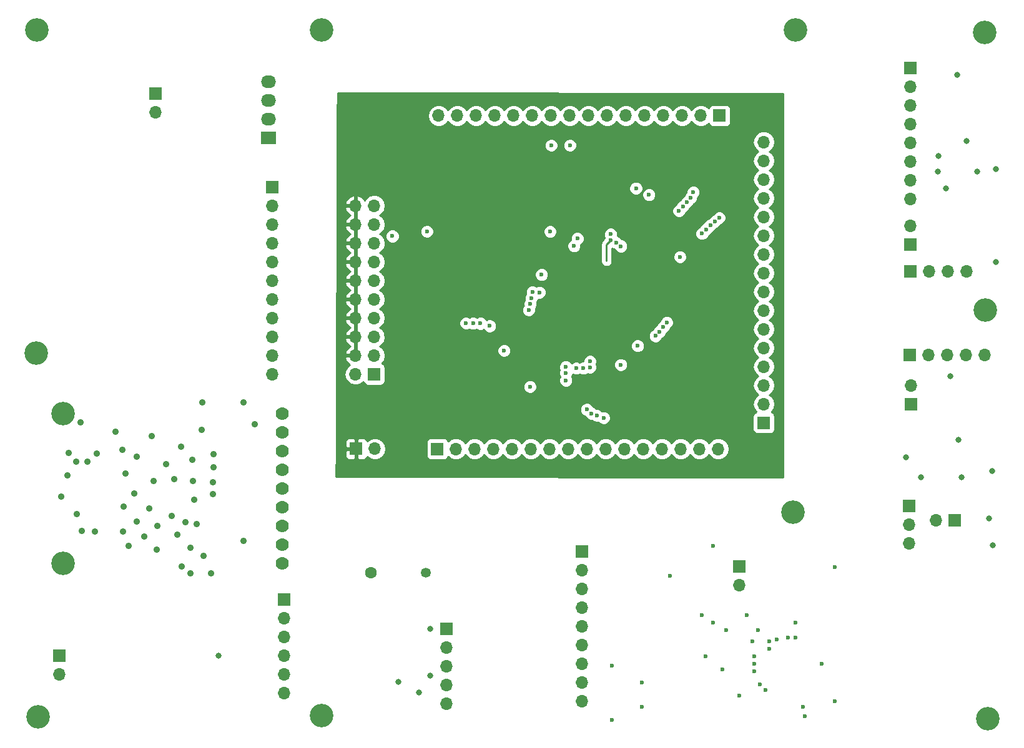
<source format=gbr>
G04 #@! TF.GenerationSoftware,KiCad,Pcbnew,5.0.1-33cea8e~68~ubuntu16.04.1*
G04 #@! TF.CreationDate,2018-10-22T20:49:09-07:00*
G04 #@! TF.ProjectId,STM32,53544D33322E6B696361645F70636200,rev?*
G04 #@! TF.SameCoordinates,Original*
G04 #@! TF.FileFunction,Copper,L2,Inr,Plane*
G04 #@! TF.FilePolarity,Positive*
%FSLAX46Y46*%
G04 Gerber Fmt 4.6, Leading zero omitted, Abs format (unit mm)*
G04 Created by KiCad (PCBNEW 5.0.1-33cea8e~68~ubuntu16.04.1) date Mon 22 Oct 2018 08:49:09 PM PDT*
%MOMM*%
%LPD*%
G01*
G04 APERTURE LIST*
G04 #@! TA.AperFunction,ViaPad*
%ADD10C,3.200000*%
G04 #@! TD*
G04 #@! TA.AperFunction,ViaPad*
%ADD11R,1.700000X1.700000*%
G04 #@! TD*
G04 #@! TA.AperFunction,ViaPad*
%ADD12O,1.700000X1.700000*%
G04 #@! TD*
G04 #@! TA.AperFunction,ViaPad*
%ADD13R,2.030000X1.730000*%
G04 #@! TD*
G04 #@! TA.AperFunction,ViaPad*
%ADD14O,2.030000X1.730000*%
G04 #@! TD*
G04 #@! TA.AperFunction,WasherPad*
%ADD15C,1.350000*%
G04 #@! TD*
G04 #@! TA.AperFunction,WasherPad*
%ADD16C,1.600000*%
G04 #@! TD*
G04 #@! TA.AperFunction,ViaPad*
%ADD17C,1.778000*%
G04 #@! TD*
G04 #@! TA.AperFunction,ViaPad*
%ADD18C,0.600000*%
G04 #@! TD*
G04 #@! TA.AperFunction,ViaPad*
%ADD19C,0.906400*%
G04 #@! TD*
G04 #@! TA.AperFunction,ViaPad*
%ADD20C,0.800000*%
G04 #@! TD*
G04 #@! TA.AperFunction,Conductor*
%ADD21C,0.250000*%
G04 #@! TD*
G04 #@! TA.AperFunction,Conductor*
%ADD22C,0.254000*%
G04 #@! TD*
G04 APERTURE END LIST*
D10*
G04 #@! TO.N,N/C*
G04 #@! TO.C,U$8*
X75300000Y-129875000D03*
G04 #@! TD*
G04 #@! TO.N,N/C*
G04 #@! TO.C,U$8*
X75075000Y-80525000D03*
G04 #@! TD*
G04 #@! TO.N,N/C*
G04 #@! TO.C,U$8*
X178050000Y-36600000D03*
G04 #@! TD*
G04 #@! TO.N,N/C*
G04 #@! TO.C,U$8*
X113750000Y-36600000D03*
G04 #@! TD*
G04 #@! TO.N,N/C*
G04 #@! TO.C,U$8*
X113775000Y-129725000D03*
G04 #@! TD*
G04 #@! TO.N,N/C*
G04 #@! TO.C,U$8*
X203775000Y-74675000D03*
G04 #@! TD*
G04 #@! TO.N,N/C*
G04 #@! TO.C,U$9*
X177675000Y-102125000D03*
G04 #@! TD*
G04 #@! TO.N,N/C*
G04 #@! TO.C,U$9*
X75200000Y-36600000D03*
G04 #@! TD*
G04 #@! TO.N,N/C*
G04 #@! TO.C,U$9*
X203675000Y-36975000D03*
G04 #@! TD*
G04 #@! TO.N,N/C*
G04 #@! TO.C,U$8*
X204100000Y-130075000D03*
G04 #@! TD*
D11*
G04 #@! TO.N,+3V3*
G04 #@! TO.C,J1*
X120904000Y-83362800D03*
D12*
X118364000Y-83362800D03*
G04 #@! TO.N,PB4*
X120904000Y-80822800D03*
G04 #@! TO.N,GND*
X118364000Y-80822800D03*
G04 #@! TO.N,PA15*
X120904000Y-78282800D03*
G04 #@! TO.N,GND*
X118364000Y-78282800D03*
G04 #@! TO.N,PA13*
X120904000Y-75742800D03*
G04 #@! TO.N,GND*
X118364000Y-75742800D03*
G04 #@! TO.N,PA14*
X120904000Y-73202800D03*
G04 #@! TO.N,GND*
X118364000Y-73202800D03*
G04 #@! TO.N,Net-(10k1-Pad2)*
X120904000Y-70662800D03*
G04 #@! TO.N,GND*
X118364000Y-70662800D03*
G04 #@! TO.N,PB3*
X120904000Y-68122800D03*
G04 #@! TO.N,GND*
X118364000Y-68122800D03*
G04 #@! TO.N,RST*
X120904000Y-65582800D03*
G04 #@! TO.N,GND*
X118364000Y-65582800D03*
G04 #@! TO.N,Net-(10k3-Pad2)*
X120904000Y-63042800D03*
G04 #@! TO.N,GND*
X118364000Y-63042800D03*
G04 #@! TO.N,Net-(10k2-Pad2)*
X120904000Y-60502800D03*
G04 #@! TO.N,GND*
X118364000Y-60502800D03*
G04 #@! TD*
D11*
G04 #@! TO.N,PA0*
G04 #@! TO.C,J3*
X173730920Y-89951560D03*
D12*
G04 #@! TO.N,PA1*
X173730920Y-87411560D03*
G04 #@! TO.N,PA2*
X173730920Y-84871560D03*
G04 #@! TO.N,PA3*
X173730920Y-82331560D03*
G04 #@! TO.N,PA4*
X173730920Y-79791560D03*
G04 #@! TO.N,PA5*
X173730920Y-77251560D03*
G04 #@! TO.N,PA6*
X173730920Y-74711560D03*
G04 #@! TO.N,PA7*
X173730920Y-72171560D03*
G04 #@! TO.N,PA8*
X173730920Y-69631560D03*
G04 #@! TO.N,PA9*
X173730920Y-67091560D03*
G04 #@! TO.N,PA10*
X173730920Y-64551560D03*
G04 #@! TO.N,PA11*
X173730920Y-62011560D03*
G04 #@! TO.N,PA12*
X173730920Y-59471560D03*
G04 #@! TO.N,PA13*
X173730920Y-56931560D03*
G04 #@! TO.N,PA14*
X173730920Y-54391560D03*
G04 #@! TO.N,PA15*
X173730920Y-51851560D03*
G04 #@! TD*
D11*
G04 #@! TO.N,PB0*
G04 #@! TO.C,J4*
X167746680Y-48280320D03*
D12*
G04 #@! TO.N,PB1*
X165206680Y-48280320D03*
G04 #@! TO.N,PB2*
X162666680Y-48280320D03*
G04 #@! TO.N,PB3*
X160126680Y-48280320D03*
G04 #@! TO.N,PB4*
X157586680Y-48280320D03*
G04 #@! TO.N,PB5*
X155046680Y-48280320D03*
G04 #@! TO.N,PB6*
X152506680Y-48280320D03*
G04 #@! TO.N,PB7*
X149966680Y-48280320D03*
G04 #@! TO.N,PB8*
X147426680Y-48280320D03*
G04 #@! TO.N,PB9*
X144886680Y-48280320D03*
G04 #@! TO.N,PB10*
X142346680Y-48280320D03*
G04 #@! TO.N,PB11*
X139806680Y-48280320D03*
G04 #@! TO.N,PB12*
X137266680Y-48280320D03*
G04 #@! TO.N,PB13*
X134726680Y-48280320D03*
G04 #@! TO.N,PB14*
X132186680Y-48280320D03*
G04 #@! TO.N,PB15*
X129646680Y-48280320D03*
G04 #@! TD*
D11*
G04 #@! TO.N,PC0*
G04 #@! TO.C,J5*
X129453640Y-93502480D03*
D12*
G04 #@! TO.N,PC1*
X131993640Y-93502480D03*
G04 #@! TO.N,PC2*
X134533640Y-93502480D03*
G04 #@! TO.N,PC3*
X137073640Y-93502480D03*
G04 #@! TO.N,PC4*
X139613640Y-93502480D03*
G04 #@! TO.N,PC5*
X142153640Y-93502480D03*
G04 #@! TO.N,PC6*
X144693640Y-93502480D03*
G04 #@! TO.N,PC7*
X147233640Y-93502480D03*
G04 #@! TO.N,PC8*
X149773640Y-93502480D03*
G04 #@! TO.N,PC9*
X152313640Y-93502480D03*
G04 #@! TO.N,PC10*
X154853640Y-93502480D03*
G04 #@! TO.N,PC11*
X157393640Y-93502480D03*
G04 #@! TO.N,PC12*
X159933640Y-93502480D03*
G04 #@! TO.N,PC13*
X162473640Y-93502480D03*
G04 #@! TO.N,Net-(J5-Pad15)*
X165013640Y-93502480D03*
G04 #@! TO.N,PD2*
X167553640Y-93502480D03*
G04 #@! TD*
D11*
G04 #@! TO.N,GND*
G04 #@! TO.C,J6*
X118465600Y-93487240D03*
D12*
G04 #@! TO.N,+3V3*
X121005600Y-93487240D03*
G04 #@! TD*
D11*
G04 #@! TO.N,Net-(J2-Pad1)*
G04 #@! TO.C,J9*
X107071480Y-57969400D03*
D12*
G04 #@! TO.N,Net-(J2-Pad2)*
X107071480Y-60509400D03*
G04 #@! TO.N,Net-(J2-Pad3)*
X107071480Y-63049400D03*
G04 #@! TO.N,Net-(J2-Pad4)*
X107071480Y-65589400D03*
G04 #@! TO.N,Net-(J2-Pad5)*
X107071480Y-68129400D03*
G04 #@! TO.N,Net-(J2-Pad6)*
X107071480Y-70669400D03*
G04 #@! TO.N,Net-(J2-Pad7)*
X107071480Y-73209400D03*
G04 #@! TO.N,Net-(J2-Pad8)*
X107071480Y-75749400D03*
G04 #@! TO.N,Net-(J2-Pad10)*
X107071480Y-78289400D03*
G04 #@! TO.N,Net-(J2-Pad9)*
X107071480Y-80829400D03*
G04 #@! TO.N,Net-(J2-Pad11)*
X107071480Y-83369400D03*
G04 #@! TD*
D11*
G04 #@! TO.N,Net-(C16-Pad2)*
G04 #@! TO.C,J10*
X193722020Y-87402940D03*
D12*
G04 #@! TO.N,Net-(C21-Pad1)*
X193722020Y-84862940D03*
G04 #@! TD*
D11*
G04 #@! TO.N,Net-(C16-Pad1)*
G04 #@! TO.C,J7*
X199663080Y-103216980D03*
D12*
G04 #@! TO.N,Net-(C16-Pad2)*
X197123080Y-103216980D03*
G04 #@! TD*
D11*
G04 #@! TO.N,Net-(C16-Pad2)*
G04 #@! TO.C,J8*
X193600000Y-65750000D03*
D12*
G04 #@! TO.N,Net-(C18-Pad1)*
X193600000Y-63210000D03*
G04 #@! TD*
D11*
G04 #@! TO.N,Net-(C16-Pad2)*
G04 #@! TO.C,J13*
X193600000Y-69400000D03*
D12*
X196140000Y-69400000D03*
X198680000Y-69400000D03*
X201220000Y-69400000D03*
G04 #@! TD*
D11*
G04 #@! TO.N,Net-(C21-Pad1)*
G04 #@! TO.C,J14*
X193549300Y-80727820D03*
D12*
X196089300Y-80727820D03*
X198629300Y-80727820D03*
X201169300Y-80727820D03*
X203709300Y-80727820D03*
G04 #@! TD*
D11*
G04 #@! TO.N,Net-(C16-Pad2)*
G04 #@! TO.C,J12*
X193475640Y-101207840D03*
D12*
X193475640Y-103747840D03*
X193475640Y-106287840D03*
G04 #@! TD*
D11*
G04 #@! TO.N,Net-(C18-Pad1)*
G04 #@! TO.C,J15*
X193600000Y-41840000D03*
D12*
X193600000Y-44380000D03*
X193600000Y-46920000D03*
X193600000Y-49460000D03*
X193600000Y-52000000D03*
X193600000Y-54540000D03*
X193600000Y-57080000D03*
X193600000Y-59620000D03*
G04 #@! TD*
D13*
G04 #@! TO.N,/CSB*
G04 #@! TO.C,*
X106614900Y-51274240D03*
D14*
G04 #@! TO.N,/SDO*
X106614900Y-48734240D03*
G04 #@! TO.N,/SDI*
X106614900Y-46194240D03*
G04 #@! TO.N,/SCLK*
X106614900Y-43654240D03*
G04 #@! TD*
D11*
G04 #@! TO.N,+3V3*
G04 #@! TO.C,*
X91214900Y-45314240D03*
D12*
G04 #@! TO.N,GND*
X91214900Y-47854240D03*
G04 #@! TD*
G04 #@! TO.N,GND*
G04 #@! TO.C,JP2*
X130725080Y-128054560D03*
G04 #@! TO.N,VCC*
X130725080Y-125514560D03*
G04 #@! TO.N,/SDA*
X130725080Y-122974560D03*
G04 #@! TO.N,/SCL*
X130725080Y-120434560D03*
D11*
G04 #@! TO.N,/SQW*
X130725080Y-117894560D03*
G04 #@! TD*
D15*
G04 #@! TO.N,*
G04 #@! TO.C,B1*
X127875080Y-110274560D03*
D16*
X120425080Y-110274560D03*
G04 #@! TD*
D11*
G04 #@! TO.N,Net-(C1-Pad2)*
G04 #@! TO.C,J2*
X170408300Y-109474160D03*
D12*
G04 #@! TO.N,Net-(C1-Pad1)*
X170408300Y-112014160D03*
G04 #@! TD*
D11*
G04 #@! TO.N,Net-(J1-Pad1)*
G04 #@! TO.C,J1*
X149073301Y-107439161D03*
D12*
G04 #@! TO.N,Net-(J1-Pad2)*
X149073301Y-109979161D03*
G04 #@! TO.N,Net-(D2-Pad1)*
X149073301Y-112519161D03*
G04 #@! TO.N,Net-(D1-Pad1)*
X149073301Y-115059161D03*
G04 #@! TO.N,Net-(J1-Pad5)*
X149073301Y-117599161D03*
G04 #@! TO.N,Net-(J1-Pad6)*
X149073301Y-120139161D03*
G04 #@! TO.N,Net-(J1-Pad7)*
X149073301Y-122679161D03*
G04 #@! TO.N,Net-(J1-Pad8)*
X149073301Y-125219161D03*
G04 #@! TO.N,Net-(J1-Pad9)*
X149073301Y-127759161D03*
G04 #@! TD*
D11*
G04 #@! TO.N,Net-(J1-Pad1)*
G04 #@! TO.C,J1*
X78182480Y-121554880D03*
D12*
G04 #@! TO.N,Net-(J1-Pad2)*
X78182480Y-124094880D03*
G04 #@! TD*
D11*
G04 #@! TO.N,+5V*
G04 #@! TO.C,J2*
X108662480Y-113934880D03*
D12*
G04 #@! TO.N,Net-(C2-Pad2)*
X108662480Y-116474880D03*
G04 #@! TO.N,GND*
X108662480Y-119014880D03*
G04 #@! TO.N,Net-(J2-Pad4)*
X108662480Y-121554880D03*
G04 #@! TO.N,Net-(D2-Pad1)*
X108662480Y-124094880D03*
G04 #@! TO.N,Net-(D1-Pad1)*
X108662480Y-126634880D03*
G04 #@! TD*
D10*
G04 #@! TO.N,N/C*
G04 #@! TO.C,U$8*
X78682259Y-109053092D03*
G04 #@! TD*
G04 #@! TO.N,N/C*
G04 #@! TO.C,U$9*
X78682259Y-88733092D03*
G04 #@! TD*
D17*
G04 #@! TO.N,3.3V*
G04 #@! TO.C,JP1*
X108400259Y-109053092D03*
G04 #@! TO.N,/ENABLE*
X108400259Y-106513092D03*
G04 #@! TO.N,/VBACKUP*
X108400259Y-103973092D03*
G04 #@! TO.N,/FIX*
X108400259Y-101433092D03*
G04 #@! TO.N,/TX*
X108400259Y-98893092D03*
G04 #@! TO.N,/RX*
X108400259Y-96353092D03*
G04 #@! TO.N,GND*
X108400259Y-93813092D03*
G04 #@! TO.N,VIN*
X108400259Y-91273092D03*
G04 #@! TO.N,/1PPS*
X108400259Y-88733092D03*
G04 #@! TD*
D18*
G04 #@! TO.N,GND*
X134457440Y-63230760D03*
X164669720Y-67336912D03*
X148941193Y-78240184D03*
X154914355Y-71441309D03*
X147264130Y-85840471D03*
X146712132Y-73971051D03*
X134818120Y-66207800D03*
X132313680Y-76393040D03*
X147838160Y-69545200D03*
X144896840Y-61549280D03*
X154365960Y-78186280D03*
D19*
X97605259Y-87209092D03*
X99129259Y-95972092D03*
X103193259Y-106005092D03*
X86810259Y-104735092D03*
X94811259Y-109434092D03*
X87572259Y-106640092D03*
X89715259Y-105354092D03*
X90366259Y-101560092D03*
X93414259Y-102576092D03*
X92668259Y-95575092D03*
X91017259Y-97861092D03*
X93795259Y-97623092D03*
X86937259Y-101322092D03*
X87191259Y-96861092D03*
X88715259Y-94575092D03*
X88350259Y-99528092D03*
X88715259Y-103322092D03*
X91509259Y-103989092D03*
X95954259Y-106894092D03*
X94208259Y-105116092D03*
X95319259Y-103465092D03*
X99002259Y-98004092D03*
X99129259Y-94194092D03*
X86746759Y-93622592D03*
X81984259Y-95210092D03*
X83254259Y-94130592D03*
X79444259Y-94067092D03*
X83000259Y-104735092D03*
X80587259Y-102322092D03*
X81222259Y-104608092D03*
X79317259Y-97115092D03*
X78428259Y-99972592D03*
X80460259Y-95210092D03*
X81095259Y-89876092D03*
X85794259Y-91146092D03*
X96208259Y-94956092D03*
X96462259Y-100417092D03*
X96335259Y-97877092D03*
X91382259Y-107148092D03*
X97732259Y-108037092D03*
D18*
G04 #@! TO.N,+3V3*
X144768359Y-64009184D03*
X156632457Y-79510470D03*
X142031720Y-85054440D03*
X162366960Y-67437000D03*
X138518720Y-80159680D03*
G04 #@! TO.N,RST*
X143332200Y-72247760D03*
G04 #@! TO.N,PB4*
X128057393Y-63995278D03*
X156403040Y-58130440D03*
G04 #@! TO.N,PB3*
X123380639Y-64620279D03*
X158170880Y-59009280D03*
G04 #@! TO.N,PA1*
X146905102Y-84183096D03*
G04 #@! TO.N,PA2*
X146900627Y-83212052D03*
G04 #@! TO.N,PA3*
X146888567Y-82347800D03*
G04 #@! TO.N,PA4*
X148316097Y-82563835D03*
G04 #@! TO.N,PA5*
X149280703Y-82542713D03*
G04 #@! TO.N,PA6*
X150160819Y-82415700D03*
G04 #@! TO.N,PA7*
X150177756Y-81596630D03*
G04 #@! TO.N,PB0*
X149737538Y-88150551D03*
G04 #@! TO.N,PB1*
X150341005Y-88675761D03*
G04 #@! TO.N,PB2*
X151088255Y-88961481D03*
G04 #@! TO.N,PB8*
X147447000Y-52297873D03*
X148457920Y-64957960D03*
G04 #@! TO.N,PB9*
X144912080Y-52297873D03*
X148010880Y-65953640D03*
G04 #@! TO.N,PB10*
X152044257Y-89281037D03*
G04 #@! TO.N,PB12*
X167112686Y-62640997D03*
X163835828Y-59409063D03*
X159053755Y-78167393D03*
G04 #@! TO.N,PB13*
X163310830Y-60012702D03*
X166494303Y-63148562D03*
X159599016Y-77581992D03*
G04 #@! TO.N,PB14*
X162768269Y-60600605D03*
X165919454Y-63704950D03*
X160102792Y-76960532D03*
G04 #@! TO.N,PB15*
X162233326Y-61195448D03*
X165354598Y-64271479D03*
X160604200Y-76337160D03*
G04 #@! TO.N,PC0*
X133344920Y-76433680D03*
X142351760Y-72227440D03*
G04 #@! TO.N,PC1*
X134315200Y-76469240D03*
X142211397Y-73015032D03*
G04 #@! TO.N,PC2*
X135314158Y-76476122D03*
X142084668Y-73804932D03*
G04 #@! TO.N,PC3*
X136568061Y-76812589D03*
X141859000Y-74665840D03*
G04 #@! TO.N,PC10*
X154362890Y-65981027D03*
G04 #@! TO.N,PC11*
X153711822Y-65516130D03*
G04 #@! TO.N,PC12*
X152996515Y-65157863D03*
G04 #@! TO.N,PC13*
X143609529Y-69843378D03*
G04 #@! TO.N,PD2*
X152965372Y-64358457D03*
G04 #@! TO.N,PB11*
X164180520Y-58663840D03*
X167715794Y-62115389D03*
X154340560Y-82077560D03*
D20*
G04 #@! TO.N,Net-(C16-Pad1)*
X200531760Y-97324180D03*
X202675000Y-55875000D03*
X198475000Y-58125000D03*
G04 #@! TO.N,Net-(C16-Pad2)*
X204674500Y-96460580D03*
X204771020Y-106597720D03*
X193036220Y-94614000D03*
X199007760Y-83610720D03*
X199925000Y-42700000D03*
X197400000Y-53775000D03*
X205200000Y-68125000D03*
X205175000Y-55525000D03*
G04 #@! TO.N,Net-(C17-Pad1)*
X197300000Y-55875000D03*
X201250000Y-51700000D03*
G04 #@! TO.N,Net-(C20-Pad1)*
X195091080Y-97352120D03*
X200145680Y-92287360D03*
G04 #@! TO.N,Net-(C21-Pad1)*
X204275000Y-102925000D03*
G04 #@! TO.N,Net-(C1-Pad1)*
X128505080Y-117944560D03*
X128505080Y-124294560D03*
D18*
X173964300Y-126238160D03*
X173202300Y-125476160D03*
X172440300Y-123698160D03*
X172440300Y-122682160D03*
X172440300Y-121666160D03*
X170408300Y-127000160D03*
D20*
G04 #@! TO.N,VCC*
X124205080Y-125109570D03*
X126955080Y-126544560D03*
D18*
G04 #@! TO.N,Net-(D1-Pad2)*
X166852300Y-106680160D03*
X181584300Y-122682160D03*
G04 #@! TO.N,Net-(D2-Pad2)*
X161010300Y-110744160D03*
X166852300Y-117094160D03*
X178028300Y-119126160D03*
X178028300Y-117094160D03*
G04 #@! TO.N,Net-(J1-Pad1)*
X165328300Y-116078160D03*
X174472300Y-120650160D03*
X171424300Y-116078160D03*
G04 #@! TO.N,Net-(J1-Pad2)*
X172948300Y-118110160D03*
X177012300Y-119126160D03*
X168630300Y-118110160D03*
G04 #@! TO.N,Net-(J1-Pad5)*
X179298300Y-129794160D03*
X165836300Y-121666160D03*
G04 #@! TO.N,Net-(J1-Pad6)*
X179044300Y-128524160D03*
X168122300Y-123444160D03*
G04 #@! TO.N,Net-(J1-Pad7)*
X153136300Y-122936160D03*
X153136300Y-130302160D03*
G04 #@! TO.N,Net-(J1-Pad8)*
X157200300Y-125222160D03*
X157200300Y-128524160D03*
G04 #@! TO.N,Net-(R2-Pad2)*
X183339300Y-127739160D03*
X175488300Y-119380160D03*
G04 #@! TO.N,Net-(R3-Pad2)*
X174472300Y-119634160D03*
X172186300Y-119634160D03*
G04 #@! TO.N,Net-(C1-Pad2)*
X183339300Y-109497160D03*
D20*
G04 #@! TO.N,Net-(C2-Pad2)*
X99772480Y-121554880D03*
D19*
G04 #@! TO.N,3.3V*
X103193259Y-87209092D03*
X90747259Y-91781092D03*
X97478259Y-90892092D03*
G04 #@! TO.N,VIN*
X104717259Y-90130092D03*
G04 #@! TO.N,/1PPS*
X94684259Y-93178092D03*
G04 #@! TO.N,/FIX*
X99002259Y-99655092D03*
X96843259Y-103719092D03*
G04 #@! TO.N,/VBACKUP*
X98811759Y-110386592D03*
G04 #@! TO.N,Net-(B1-Pad+$1)*
X96017759Y-110386592D03*
G04 #@! TD*
D21*
G04 #@! TO.N,PC12*
X152696516Y-65457862D02*
X152996515Y-65157863D01*
X152388554Y-65765824D02*
X152696516Y-65457862D01*
X152388554Y-67989434D02*
X152388554Y-65765824D01*
G04 #@! TD*
D22*
G04 #@! TO.N,GND*
G36*
X176362360Y-45287956D02*
X176362360Y-97327635D01*
X115758404Y-97287165D01*
X115770675Y-93772990D01*
X116980600Y-93772990D01*
X116980600Y-94463549D01*
X117077273Y-94696938D01*
X117255901Y-94875567D01*
X117489290Y-94972240D01*
X118179850Y-94972240D01*
X118338600Y-94813490D01*
X118338600Y-93614240D01*
X117139350Y-93614240D01*
X116980600Y-93772990D01*
X115770675Y-93772990D01*
X115775082Y-92510931D01*
X116980600Y-92510931D01*
X116980600Y-93201490D01*
X117139350Y-93360240D01*
X118338600Y-93360240D01*
X118338600Y-92160990D01*
X118592600Y-92160990D01*
X118592600Y-93360240D01*
X118612600Y-93360240D01*
X118612600Y-93614240D01*
X118592600Y-93614240D01*
X118592600Y-94813490D01*
X118751350Y-94972240D01*
X119441910Y-94972240D01*
X119675299Y-94875567D01*
X119853927Y-94696938D01*
X119920504Y-94536207D01*
X119934975Y-94557865D01*
X120426182Y-94886079D01*
X120859344Y-94972240D01*
X121151856Y-94972240D01*
X121585018Y-94886079D01*
X122076225Y-94557865D01*
X122404439Y-94066658D01*
X122519692Y-93487240D01*
X122404439Y-92907822D01*
X122233825Y-92652480D01*
X127956200Y-92652480D01*
X127956200Y-94352480D01*
X128005483Y-94600245D01*
X128145831Y-94810289D01*
X128355875Y-94950637D01*
X128603640Y-94999920D01*
X130303640Y-94999920D01*
X130551405Y-94950637D01*
X130761449Y-94810289D01*
X130901797Y-94600245D01*
X130910824Y-94554861D01*
X130923015Y-94573105D01*
X131414222Y-94901319D01*
X131847384Y-94987480D01*
X132139896Y-94987480D01*
X132573058Y-94901319D01*
X133064265Y-94573105D01*
X133263640Y-94274719D01*
X133463015Y-94573105D01*
X133954222Y-94901319D01*
X134387384Y-94987480D01*
X134679896Y-94987480D01*
X135113058Y-94901319D01*
X135604265Y-94573105D01*
X135803640Y-94274719D01*
X136003015Y-94573105D01*
X136494222Y-94901319D01*
X136927384Y-94987480D01*
X137219896Y-94987480D01*
X137653058Y-94901319D01*
X138144265Y-94573105D01*
X138343640Y-94274719D01*
X138543015Y-94573105D01*
X139034222Y-94901319D01*
X139467384Y-94987480D01*
X139759896Y-94987480D01*
X140193058Y-94901319D01*
X140684265Y-94573105D01*
X140883640Y-94274719D01*
X141083015Y-94573105D01*
X141574222Y-94901319D01*
X142007384Y-94987480D01*
X142299896Y-94987480D01*
X142733058Y-94901319D01*
X143224265Y-94573105D01*
X143423640Y-94274719D01*
X143623015Y-94573105D01*
X144114222Y-94901319D01*
X144547384Y-94987480D01*
X144839896Y-94987480D01*
X145273058Y-94901319D01*
X145764265Y-94573105D01*
X145963640Y-94274719D01*
X146163015Y-94573105D01*
X146654222Y-94901319D01*
X147087384Y-94987480D01*
X147379896Y-94987480D01*
X147813058Y-94901319D01*
X148304265Y-94573105D01*
X148503640Y-94274719D01*
X148703015Y-94573105D01*
X149194222Y-94901319D01*
X149627384Y-94987480D01*
X149919896Y-94987480D01*
X150353058Y-94901319D01*
X150844265Y-94573105D01*
X151043640Y-94274719D01*
X151243015Y-94573105D01*
X151734222Y-94901319D01*
X152167384Y-94987480D01*
X152459896Y-94987480D01*
X152893058Y-94901319D01*
X153384265Y-94573105D01*
X153583640Y-94274719D01*
X153783015Y-94573105D01*
X154274222Y-94901319D01*
X154707384Y-94987480D01*
X154999896Y-94987480D01*
X155433058Y-94901319D01*
X155924265Y-94573105D01*
X156123640Y-94274719D01*
X156323015Y-94573105D01*
X156814222Y-94901319D01*
X157247384Y-94987480D01*
X157539896Y-94987480D01*
X157973058Y-94901319D01*
X158464265Y-94573105D01*
X158663640Y-94274719D01*
X158863015Y-94573105D01*
X159354222Y-94901319D01*
X159787384Y-94987480D01*
X160079896Y-94987480D01*
X160513058Y-94901319D01*
X161004265Y-94573105D01*
X161203640Y-94274719D01*
X161403015Y-94573105D01*
X161894222Y-94901319D01*
X162327384Y-94987480D01*
X162619896Y-94987480D01*
X163053058Y-94901319D01*
X163544265Y-94573105D01*
X163743640Y-94274719D01*
X163943015Y-94573105D01*
X164434222Y-94901319D01*
X164867384Y-94987480D01*
X165159896Y-94987480D01*
X165593058Y-94901319D01*
X166084265Y-94573105D01*
X166283640Y-94274719D01*
X166483015Y-94573105D01*
X166974222Y-94901319D01*
X167407384Y-94987480D01*
X167699896Y-94987480D01*
X168133058Y-94901319D01*
X168624265Y-94573105D01*
X168952479Y-94081898D01*
X169067732Y-93502480D01*
X168952479Y-92923062D01*
X168624265Y-92431855D01*
X168133058Y-92103641D01*
X167699896Y-92017480D01*
X167407384Y-92017480D01*
X166974222Y-92103641D01*
X166483015Y-92431855D01*
X166283640Y-92730241D01*
X166084265Y-92431855D01*
X165593058Y-92103641D01*
X165159896Y-92017480D01*
X164867384Y-92017480D01*
X164434222Y-92103641D01*
X163943015Y-92431855D01*
X163743640Y-92730241D01*
X163544265Y-92431855D01*
X163053058Y-92103641D01*
X162619896Y-92017480D01*
X162327384Y-92017480D01*
X161894222Y-92103641D01*
X161403015Y-92431855D01*
X161203640Y-92730241D01*
X161004265Y-92431855D01*
X160513058Y-92103641D01*
X160079896Y-92017480D01*
X159787384Y-92017480D01*
X159354222Y-92103641D01*
X158863015Y-92431855D01*
X158663640Y-92730241D01*
X158464265Y-92431855D01*
X157973058Y-92103641D01*
X157539896Y-92017480D01*
X157247384Y-92017480D01*
X156814222Y-92103641D01*
X156323015Y-92431855D01*
X156123640Y-92730241D01*
X155924265Y-92431855D01*
X155433058Y-92103641D01*
X154999896Y-92017480D01*
X154707384Y-92017480D01*
X154274222Y-92103641D01*
X153783015Y-92431855D01*
X153583640Y-92730241D01*
X153384265Y-92431855D01*
X152893058Y-92103641D01*
X152459896Y-92017480D01*
X152167384Y-92017480D01*
X151734222Y-92103641D01*
X151243015Y-92431855D01*
X151043640Y-92730241D01*
X150844265Y-92431855D01*
X150353058Y-92103641D01*
X149919896Y-92017480D01*
X149627384Y-92017480D01*
X149194222Y-92103641D01*
X148703015Y-92431855D01*
X148503640Y-92730241D01*
X148304265Y-92431855D01*
X147813058Y-92103641D01*
X147379896Y-92017480D01*
X147087384Y-92017480D01*
X146654222Y-92103641D01*
X146163015Y-92431855D01*
X145963640Y-92730241D01*
X145764265Y-92431855D01*
X145273058Y-92103641D01*
X144839896Y-92017480D01*
X144547384Y-92017480D01*
X144114222Y-92103641D01*
X143623015Y-92431855D01*
X143423640Y-92730241D01*
X143224265Y-92431855D01*
X142733058Y-92103641D01*
X142299896Y-92017480D01*
X142007384Y-92017480D01*
X141574222Y-92103641D01*
X141083015Y-92431855D01*
X140883640Y-92730241D01*
X140684265Y-92431855D01*
X140193058Y-92103641D01*
X139759896Y-92017480D01*
X139467384Y-92017480D01*
X139034222Y-92103641D01*
X138543015Y-92431855D01*
X138343640Y-92730241D01*
X138144265Y-92431855D01*
X137653058Y-92103641D01*
X137219896Y-92017480D01*
X136927384Y-92017480D01*
X136494222Y-92103641D01*
X136003015Y-92431855D01*
X135803640Y-92730241D01*
X135604265Y-92431855D01*
X135113058Y-92103641D01*
X134679896Y-92017480D01*
X134387384Y-92017480D01*
X133954222Y-92103641D01*
X133463015Y-92431855D01*
X133263640Y-92730241D01*
X133064265Y-92431855D01*
X132573058Y-92103641D01*
X132139896Y-92017480D01*
X131847384Y-92017480D01*
X131414222Y-92103641D01*
X130923015Y-92431855D01*
X130910824Y-92450099D01*
X130901797Y-92404715D01*
X130761449Y-92194671D01*
X130551405Y-92054323D01*
X130303640Y-92005040D01*
X128603640Y-92005040D01*
X128355875Y-92054323D01*
X128145831Y-92194671D01*
X128005483Y-92404715D01*
X127956200Y-92652480D01*
X122233825Y-92652480D01*
X122076225Y-92416615D01*
X121585018Y-92088401D01*
X121151856Y-92002240D01*
X120859344Y-92002240D01*
X120426182Y-92088401D01*
X119934975Y-92416615D01*
X119920504Y-92438273D01*
X119853927Y-92277542D01*
X119675299Y-92098913D01*
X119441910Y-92002240D01*
X118751350Y-92002240D01*
X118592600Y-92160990D01*
X118338600Y-92160990D01*
X118179850Y-92002240D01*
X117489290Y-92002240D01*
X117255901Y-92098913D01*
X117077273Y-92277542D01*
X116980600Y-92510931D01*
X115775082Y-92510931D01*
X115790958Y-87964568D01*
X148802538Y-87964568D01*
X148802538Y-88336534D01*
X148944883Y-88680186D01*
X149207903Y-88943206D01*
X149487764Y-89059128D01*
X149548350Y-89205396D01*
X149811370Y-89468416D01*
X150155022Y-89610761D01*
X150415245Y-89610761D01*
X150558620Y-89754136D01*
X150902272Y-89896481D01*
X151274238Y-89896481D01*
X151318908Y-89877978D01*
X151514622Y-90073692D01*
X151858274Y-90216037D01*
X152230240Y-90216037D01*
X152573892Y-90073692D01*
X152836912Y-89810672D01*
X152979257Y-89467020D01*
X152979257Y-89095054D01*
X152836912Y-88751402D01*
X152573892Y-88488382D01*
X152230240Y-88346037D01*
X151858274Y-88346037D01*
X151813604Y-88364540D01*
X151617890Y-88168826D01*
X151274238Y-88026481D01*
X151014015Y-88026481D01*
X150870640Y-87883106D01*
X150590779Y-87767184D01*
X150530193Y-87620916D01*
X150267173Y-87357896D01*
X149923521Y-87215551D01*
X149551555Y-87215551D01*
X149207903Y-87357896D01*
X148944883Y-87620916D01*
X148802538Y-87964568D01*
X115790958Y-87964568D01*
X115801770Y-84868457D01*
X141096720Y-84868457D01*
X141096720Y-85240423D01*
X141239065Y-85584075D01*
X141502085Y-85847095D01*
X141845737Y-85989440D01*
X142217703Y-85989440D01*
X142561355Y-85847095D01*
X142824375Y-85584075D01*
X142966720Y-85240423D01*
X142966720Y-84868457D01*
X142824375Y-84524805D01*
X142561355Y-84261785D01*
X142217703Y-84119440D01*
X141845737Y-84119440D01*
X141502085Y-84261785D01*
X141239065Y-84524805D01*
X141096720Y-84868457D01*
X115801770Y-84868457D01*
X115807029Y-83362800D01*
X116849908Y-83362800D01*
X116965161Y-83942218D01*
X117293375Y-84433425D01*
X117784582Y-84761639D01*
X118217744Y-84847800D01*
X118510256Y-84847800D01*
X118943418Y-84761639D01*
X119434625Y-84433425D01*
X119446816Y-84415181D01*
X119455843Y-84460565D01*
X119596191Y-84670609D01*
X119806235Y-84810957D01*
X120054000Y-84860240D01*
X121754000Y-84860240D01*
X122001765Y-84810957D01*
X122211809Y-84670609D01*
X122352157Y-84460565D01*
X122401440Y-84212800D01*
X122401440Y-82512800D01*
X122352157Y-82265035D01*
X122283189Y-82161817D01*
X145953567Y-82161817D01*
X145953567Y-82533783D01*
X146061553Y-82794484D01*
X145965627Y-83026069D01*
X145965627Y-83398035D01*
X146091937Y-83702976D01*
X145970102Y-83997113D01*
X145970102Y-84369079D01*
X146112447Y-84712731D01*
X146375467Y-84975751D01*
X146719119Y-85118096D01*
X147091085Y-85118096D01*
X147434737Y-84975751D01*
X147697757Y-84712731D01*
X147840102Y-84369079D01*
X147840102Y-83997113D01*
X147713792Y-83692172D01*
X147835627Y-83398035D01*
X147835627Y-83376855D01*
X148130114Y-83498835D01*
X148502080Y-83498835D01*
X148823897Y-83365535D01*
X149094720Y-83477713D01*
X149466686Y-83477713D01*
X149810338Y-83335368D01*
X149847677Y-83298029D01*
X149974836Y-83350700D01*
X150346802Y-83350700D01*
X150690454Y-83208355D01*
X150953474Y-82945335D01*
X151095819Y-82601683D01*
X151095819Y-82229717D01*
X151011689Y-82026610D01*
X151067621Y-81891577D01*
X153405560Y-81891577D01*
X153405560Y-82263543D01*
X153547905Y-82607195D01*
X153810925Y-82870215D01*
X154154577Y-83012560D01*
X154526543Y-83012560D01*
X154870195Y-82870215D01*
X155133215Y-82607195D01*
X155275560Y-82263543D01*
X155275560Y-81891577D01*
X155133215Y-81547925D01*
X154870195Y-81284905D01*
X154526543Y-81142560D01*
X154154577Y-81142560D01*
X153810925Y-81284905D01*
X153547905Y-81547925D01*
X153405560Y-81891577D01*
X151067621Y-81891577D01*
X151112756Y-81782613D01*
X151112756Y-81410647D01*
X150970411Y-81066995D01*
X150707391Y-80803975D01*
X150363739Y-80661630D01*
X149991773Y-80661630D01*
X149648121Y-80803975D01*
X149385101Y-81066995D01*
X149242756Y-81410647D01*
X149242756Y-81607713D01*
X149094720Y-81607713D01*
X148772903Y-81741013D01*
X148502080Y-81628835D01*
X148130114Y-81628835D01*
X147786462Y-81771180D01*
X147698284Y-81859358D01*
X147681222Y-81818165D01*
X147418202Y-81555145D01*
X147074550Y-81412800D01*
X146702584Y-81412800D01*
X146358932Y-81555145D01*
X146095912Y-81818165D01*
X145953567Y-82161817D01*
X122283189Y-82161817D01*
X122211809Y-82054991D01*
X122001765Y-81914643D01*
X121956381Y-81905616D01*
X121974625Y-81893425D01*
X122302839Y-81402218D01*
X122418092Y-80822800D01*
X122302839Y-80243382D01*
X122122642Y-79973697D01*
X137583720Y-79973697D01*
X137583720Y-80345663D01*
X137726065Y-80689315D01*
X137989085Y-80952335D01*
X138332737Y-81094680D01*
X138704703Y-81094680D01*
X139048355Y-80952335D01*
X139311375Y-80689315D01*
X139453720Y-80345663D01*
X139453720Y-79973697D01*
X139311375Y-79630045D01*
X139048355Y-79367025D01*
X138945659Y-79324487D01*
X155697457Y-79324487D01*
X155697457Y-79696453D01*
X155839802Y-80040105D01*
X156102822Y-80303125D01*
X156446474Y-80445470D01*
X156818440Y-80445470D01*
X157162092Y-80303125D01*
X157425112Y-80040105D01*
X157567457Y-79696453D01*
X157567457Y-79324487D01*
X157425112Y-78980835D01*
X157162092Y-78717815D01*
X156818440Y-78575470D01*
X156446474Y-78575470D01*
X156102822Y-78717815D01*
X155839802Y-78980835D01*
X155697457Y-79324487D01*
X138945659Y-79324487D01*
X138704703Y-79224680D01*
X138332737Y-79224680D01*
X137989085Y-79367025D01*
X137726065Y-79630045D01*
X137583720Y-79973697D01*
X122122642Y-79973697D01*
X121974625Y-79752175D01*
X121676239Y-79552800D01*
X121974625Y-79353425D01*
X122302839Y-78862218D01*
X122418092Y-78282800D01*
X122358143Y-77981410D01*
X158118755Y-77981410D01*
X158118755Y-78353376D01*
X158261100Y-78697028D01*
X158524120Y-78960048D01*
X158867772Y-79102393D01*
X159239738Y-79102393D01*
X159583390Y-78960048D01*
X159846410Y-78697028D01*
X159949146Y-78449000D01*
X160128651Y-78374647D01*
X160391671Y-78111627D01*
X160521029Y-77799330D01*
X160632427Y-77753187D01*
X160895447Y-77490167D01*
X161026251Y-77174378D01*
X161133835Y-77129815D01*
X161396855Y-76866795D01*
X161539200Y-76523143D01*
X161539200Y-76151177D01*
X161396855Y-75807525D01*
X161133835Y-75544505D01*
X160790183Y-75402160D01*
X160418217Y-75402160D01*
X160074565Y-75544505D01*
X159811545Y-75807525D01*
X159680741Y-76123314D01*
X159573157Y-76167877D01*
X159310137Y-76430897D01*
X159180779Y-76743194D01*
X159069381Y-76789337D01*
X158806361Y-77052357D01*
X158703625Y-77300385D01*
X158524120Y-77374738D01*
X158261100Y-77637758D01*
X158118755Y-77981410D01*
X122358143Y-77981410D01*
X122302839Y-77703382D01*
X121974625Y-77212175D01*
X121676239Y-77012800D01*
X121974625Y-76813425D01*
X122302839Y-76322218D01*
X122317662Y-76247697D01*
X132409920Y-76247697D01*
X132409920Y-76619663D01*
X132552265Y-76963315D01*
X132815285Y-77226335D01*
X133158937Y-77368680D01*
X133530903Y-77368680D01*
X133787135Y-77262545D01*
X134129217Y-77404240D01*
X134501183Y-77404240D01*
X134806372Y-77277827D01*
X135128175Y-77411122D01*
X135500141Y-77411122D01*
X135759454Y-77303711D01*
X135775406Y-77342224D01*
X136038426Y-77605244D01*
X136382078Y-77747589D01*
X136754044Y-77747589D01*
X137097696Y-77605244D01*
X137360716Y-77342224D01*
X137503061Y-76998572D01*
X137503061Y-76626606D01*
X137360716Y-76282954D01*
X137097696Y-76019934D01*
X136754044Y-75877589D01*
X136382078Y-75877589D01*
X136122765Y-75985000D01*
X136106813Y-75946487D01*
X135843793Y-75683467D01*
X135500141Y-75541122D01*
X135128175Y-75541122D01*
X134822986Y-75667535D01*
X134501183Y-75534240D01*
X134129217Y-75534240D01*
X133872985Y-75640375D01*
X133530903Y-75498680D01*
X133158937Y-75498680D01*
X132815285Y-75641025D01*
X132552265Y-75904045D01*
X132409920Y-76247697D01*
X122317662Y-76247697D01*
X122418092Y-75742800D01*
X122302839Y-75163382D01*
X121974625Y-74672175D01*
X121686801Y-74479857D01*
X140924000Y-74479857D01*
X140924000Y-74851823D01*
X141066345Y-75195475D01*
X141329365Y-75458495D01*
X141673017Y-75600840D01*
X142044983Y-75600840D01*
X142388635Y-75458495D01*
X142651655Y-75195475D01*
X142794000Y-74851823D01*
X142794000Y-74479857D01*
X142775850Y-74436040D01*
X142877323Y-74334567D01*
X143019668Y-73990915D01*
X143019668Y-73618949D01*
X142993338Y-73555381D01*
X143004052Y-73544667D01*
X143146397Y-73201015D01*
X143146397Y-73182760D01*
X143518183Y-73182760D01*
X143861835Y-73040415D01*
X144124855Y-72777395D01*
X144267200Y-72433743D01*
X144267200Y-72061777D01*
X144124855Y-71718125D01*
X143861835Y-71455105D01*
X143518183Y-71312760D01*
X143146217Y-71312760D01*
X142866508Y-71428619D01*
X142537743Y-71292440D01*
X142165777Y-71292440D01*
X141822125Y-71434785D01*
X141559105Y-71697805D01*
X141416760Y-72041457D01*
X141416760Y-72413423D01*
X141438421Y-72465718D01*
X141418742Y-72485397D01*
X141276397Y-72829049D01*
X141276397Y-73201015D01*
X141302727Y-73264583D01*
X141292013Y-73275297D01*
X141149668Y-73618949D01*
X141149668Y-73990915D01*
X141167818Y-74034732D01*
X141066345Y-74136205D01*
X140924000Y-74479857D01*
X121686801Y-74479857D01*
X121676239Y-74472800D01*
X121974625Y-74273425D01*
X122302839Y-73782218D01*
X122418092Y-73202800D01*
X122302839Y-72623382D01*
X121974625Y-72132175D01*
X121676239Y-71932800D01*
X121974625Y-71733425D01*
X122302839Y-71242218D01*
X122418092Y-70662800D01*
X122302839Y-70083382D01*
X122018204Y-69657395D01*
X142674529Y-69657395D01*
X142674529Y-70029361D01*
X142816874Y-70373013D01*
X143079894Y-70636033D01*
X143423546Y-70778378D01*
X143795512Y-70778378D01*
X144139164Y-70636033D01*
X144402184Y-70373013D01*
X144544529Y-70029361D01*
X144544529Y-69657395D01*
X144402184Y-69313743D01*
X144139164Y-69050723D01*
X143795512Y-68908378D01*
X143423546Y-68908378D01*
X143079894Y-69050723D01*
X142816874Y-69313743D01*
X142674529Y-69657395D01*
X122018204Y-69657395D01*
X121974625Y-69592175D01*
X121676239Y-69392800D01*
X121974625Y-69193425D01*
X122302839Y-68702218D01*
X122418092Y-68122800D01*
X122302839Y-67543382D01*
X121974625Y-67052175D01*
X121676239Y-66852800D01*
X121974625Y-66653425D01*
X122302839Y-66162218D01*
X122381321Y-65767657D01*
X147075880Y-65767657D01*
X147075880Y-66139623D01*
X147218225Y-66483275D01*
X147481245Y-66746295D01*
X147824897Y-66888640D01*
X148196863Y-66888640D01*
X148540515Y-66746295D01*
X148803535Y-66483275D01*
X148945880Y-66139623D01*
X148945880Y-65767877D01*
X148950836Y-65765824D01*
X151613666Y-65765824D01*
X151628555Y-65840676D01*
X151628554Y-68064285D01*
X151672650Y-68285970D01*
X151840625Y-68537363D01*
X152092017Y-68705338D01*
X152388554Y-68764323D01*
X152685090Y-68705338D01*
X152936483Y-68537363D01*
X153104458Y-68285971D01*
X153148554Y-68064286D01*
X153148554Y-67251017D01*
X161431960Y-67251017D01*
X161431960Y-67622983D01*
X161574305Y-67966635D01*
X161837325Y-68229655D01*
X162180977Y-68372000D01*
X162552943Y-68372000D01*
X162896595Y-68229655D01*
X163159615Y-67966635D01*
X163301960Y-67622983D01*
X163301960Y-67251017D01*
X163159615Y-66907365D01*
X162896595Y-66644345D01*
X162552943Y-66502000D01*
X162180977Y-66502000D01*
X161837325Y-66644345D01*
X161574305Y-66907365D01*
X161431960Y-67251017D01*
X153148554Y-67251017D01*
X153148554Y-66275152D01*
X153182187Y-66308785D01*
X153525839Y-66451130D01*
X153545576Y-66451130D01*
X153570235Y-66510662D01*
X153833255Y-66773682D01*
X154176907Y-66916027D01*
X154548873Y-66916027D01*
X154892525Y-66773682D01*
X155155545Y-66510662D01*
X155297890Y-66167010D01*
X155297890Y-65795044D01*
X155155545Y-65451392D01*
X154892525Y-65188372D01*
X154548873Y-65046027D01*
X154529136Y-65046027D01*
X154504477Y-64986495D01*
X154241457Y-64723475D01*
X153897805Y-64581130D01*
X153885175Y-64581130D01*
X153900372Y-64544440D01*
X153900372Y-64172474D01*
X153864345Y-64085496D01*
X164419598Y-64085496D01*
X164419598Y-64457462D01*
X164561943Y-64801114D01*
X164824963Y-65064134D01*
X165168615Y-65206479D01*
X165540581Y-65206479D01*
X165884233Y-65064134D01*
X166147253Y-64801114D01*
X166236495Y-64585664D01*
X166449089Y-64497605D01*
X166712109Y-64234585D01*
X166794211Y-64036373D01*
X167023938Y-63941217D01*
X167286958Y-63678197D01*
X167335632Y-63560686D01*
X167642321Y-63433652D01*
X167905341Y-63170632D01*
X167966200Y-63023704D01*
X168245429Y-62908044D01*
X168508449Y-62645024D01*
X168650794Y-62301372D01*
X168650794Y-61929406D01*
X168508449Y-61585754D01*
X168245429Y-61322734D01*
X167901777Y-61180389D01*
X167529811Y-61180389D01*
X167186159Y-61322734D01*
X166923139Y-61585754D01*
X166862280Y-61732682D01*
X166583051Y-61848342D01*
X166320031Y-62111362D01*
X166271357Y-62228873D01*
X165964668Y-62355907D01*
X165701648Y-62618927D01*
X165619546Y-62817139D01*
X165389819Y-62912295D01*
X165126799Y-63175315D01*
X165037557Y-63390765D01*
X164824963Y-63478824D01*
X164561943Y-63741844D01*
X164419598Y-64085496D01*
X153864345Y-64085496D01*
X153758027Y-63828822D01*
X153495007Y-63565802D01*
X153151355Y-63423457D01*
X152779389Y-63423457D01*
X152435737Y-63565802D01*
X152172717Y-63828822D01*
X152030372Y-64172474D01*
X152030372Y-64544440D01*
X152134469Y-64795753D01*
X152061515Y-64971880D01*
X152061515Y-65018062D01*
X151904082Y-65175495D01*
X151840626Y-65217895D01*
X151798226Y-65281351D01*
X151798225Y-65281352D01*
X151672651Y-65469287D01*
X151613666Y-65765824D01*
X148950836Y-65765824D01*
X148987555Y-65750615D01*
X149250575Y-65487595D01*
X149392920Y-65143943D01*
X149392920Y-64771977D01*
X149250575Y-64428325D01*
X148987555Y-64165305D01*
X148643903Y-64022960D01*
X148271937Y-64022960D01*
X147928285Y-64165305D01*
X147665265Y-64428325D01*
X147522920Y-64771977D01*
X147522920Y-65143723D01*
X147481245Y-65160985D01*
X147218225Y-65424005D01*
X147075880Y-65767657D01*
X122381321Y-65767657D01*
X122418092Y-65582800D01*
X122302839Y-65003382D01*
X121974625Y-64512175D01*
X121858071Y-64434296D01*
X122445639Y-64434296D01*
X122445639Y-64806262D01*
X122587984Y-65149914D01*
X122851004Y-65412934D01*
X123194656Y-65555279D01*
X123566622Y-65555279D01*
X123910274Y-65412934D01*
X124173294Y-65149914D01*
X124315639Y-64806262D01*
X124315639Y-64434296D01*
X124173294Y-64090644D01*
X123910274Y-63827624D01*
X123866024Y-63809295D01*
X127122393Y-63809295D01*
X127122393Y-64181261D01*
X127264738Y-64524913D01*
X127527758Y-64787933D01*
X127871410Y-64930278D01*
X128243376Y-64930278D01*
X128587028Y-64787933D01*
X128850048Y-64524913D01*
X128992393Y-64181261D01*
X128992393Y-63823201D01*
X143833359Y-63823201D01*
X143833359Y-64195167D01*
X143975704Y-64538819D01*
X144238724Y-64801839D01*
X144582376Y-64944184D01*
X144954342Y-64944184D01*
X145297994Y-64801839D01*
X145561014Y-64538819D01*
X145703359Y-64195167D01*
X145703359Y-63823201D01*
X145561014Y-63479549D01*
X145297994Y-63216529D01*
X144954342Y-63074184D01*
X144582376Y-63074184D01*
X144238724Y-63216529D01*
X143975704Y-63479549D01*
X143833359Y-63823201D01*
X128992393Y-63823201D01*
X128992393Y-63809295D01*
X128850048Y-63465643D01*
X128587028Y-63202623D01*
X128243376Y-63060278D01*
X127871410Y-63060278D01*
X127527758Y-63202623D01*
X127264738Y-63465643D01*
X127122393Y-63809295D01*
X123866024Y-63809295D01*
X123566622Y-63685279D01*
X123194656Y-63685279D01*
X122851004Y-63827624D01*
X122587984Y-64090644D01*
X122445639Y-64434296D01*
X121858071Y-64434296D01*
X121676239Y-64312800D01*
X121974625Y-64113425D01*
X122302839Y-63622218D01*
X122418092Y-63042800D01*
X122302839Y-62463382D01*
X121974625Y-61972175D01*
X121676239Y-61772800D01*
X121974625Y-61573425D01*
X122302839Y-61082218D01*
X122317310Y-61009465D01*
X161298326Y-61009465D01*
X161298326Y-61381431D01*
X161440671Y-61725083D01*
X161703691Y-61988103D01*
X162047343Y-62130448D01*
X162419309Y-62130448D01*
X162762961Y-61988103D01*
X163025981Y-61725083D01*
X163135575Y-61460499D01*
X163297904Y-61393260D01*
X163560924Y-61130240D01*
X163665470Y-60877842D01*
X163840465Y-60805357D01*
X164103485Y-60542337D01*
X164219537Y-60262162D01*
X164365463Y-60201718D01*
X164628483Y-59938698D01*
X164770828Y-59595046D01*
X164770828Y-59395822D01*
X164973175Y-59193475D01*
X165115520Y-58849823D01*
X165115520Y-58477857D01*
X164973175Y-58134205D01*
X164710155Y-57871185D01*
X164366503Y-57728840D01*
X163994537Y-57728840D01*
X163650885Y-57871185D01*
X163387865Y-58134205D01*
X163245520Y-58477857D01*
X163245520Y-58677081D01*
X163043173Y-58879428D01*
X162927121Y-59159603D01*
X162781195Y-59220047D01*
X162518175Y-59483067D01*
X162413629Y-59735465D01*
X162238634Y-59807950D01*
X161975614Y-60070970D01*
X161866020Y-60335554D01*
X161703691Y-60402793D01*
X161440671Y-60665813D01*
X161298326Y-61009465D01*
X122317310Y-61009465D01*
X122418092Y-60502800D01*
X122302839Y-59923382D01*
X121974625Y-59432175D01*
X121483418Y-59103961D01*
X121050256Y-59017800D01*
X120757744Y-59017800D01*
X120324582Y-59103961D01*
X119833375Y-59432175D01*
X119632647Y-59732586D01*
X119245358Y-59307617D01*
X118720892Y-59061314D01*
X118491000Y-59181981D01*
X118491000Y-60375800D01*
X118511000Y-60375800D01*
X118511000Y-60629800D01*
X118491000Y-60629800D01*
X118491000Y-62915800D01*
X118511000Y-62915800D01*
X118511000Y-63169800D01*
X118491000Y-63169800D01*
X118491000Y-65455800D01*
X118511000Y-65455800D01*
X118511000Y-65709800D01*
X118491000Y-65709800D01*
X118491000Y-67995800D01*
X118511000Y-67995800D01*
X118511000Y-68249800D01*
X118491000Y-68249800D01*
X118491000Y-70535800D01*
X118511000Y-70535800D01*
X118511000Y-70789800D01*
X118491000Y-70789800D01*
X118491000Y-73075800D01*
X118511000Y-73075800D01*
X118511000Y-73329800D01*
X118491000Y-73329800D01*
X118491000Y-75615800D01*
X118511000Y-75615800D01*
X118511000Y-75869800D01*
X118491000Y-75869800D01*
X118491000Y-78155800D01*
X118511000Y-78155800D01*
X118511000Y-78409800D01*
X118491000Y-78409800D01*
X118491000Y-80695800D01*
X118511000Y-80695800D01*
X118511000Y-80949800D01*
X118491000Y-80949800D01*
X118491000Y-80969800D01*
X118237000Y-80969800D01*
X118237000Y-80949800D01*
X117043845Y-80949800D01*
X116922524Y-81179690D01*
X117092355Y-81589724D01*
X117482642Y-82017983D01*
X117612478Y-82078957D01*
X117293375Y-82292175D01*
X116965161Y-82783382D01*
X116849908Y-83362800D01*
X115807029Y-83362800D01*
X115823522Y-78639690D01*
X116922524Y-78639690D01*
X117092355Y-79049724D01*
X117482642Y-79477983D01*
X117641954Y-79552800D01*
X117482642Y-79627617D01*
X117092355Y-80055876D01*
X116922524Y-80465910D01*
X117043845Y-80695800D01*
X118237000Y-80695800D01*
X118237000Y-78409800D01*
X117043845Y-78409800D01*
X116922524Y-78639690D01*
X115823522Y-78639690D01*
X115832391Y-76099690D01*
X116922524Y-76099690D01*
X117092355Y-76509724D01*
X117482642Y-76937983D01*
X117641954Y-77012800D01*
X117482642Y-77087617D01*
X117092355Y-77515876D01*
X116922524Y-77925910D01*
X117043845Y-78155800D01*
X118237000Y-78155800D01*
X118237000Y-75869800D01*
X117043845Y-75869800D01*
X116922524Y-76099690D01*
X115832391Y-76099690D01*
X115841261Y-73559690D01*
X116922524Y-73559690D01*
X117092355Y-73969724D01*
X117482642Y-74397983D01*
X117641954Y-74472800D01*
X117482642Y-74547617D01*
X117092355Y-74975876D01*
X116922524Y-75385910D01*
X117043845Y-75615800D01*
X118237000Y-75615800D01*
X118237000Y-73329800D01*
X117043845Y-73329800D01*
X116922524Y-73559690D01*
X115841261Y-73559690D01*
X115850131Y-71019690D01*
X116922524Y-71019690D01*
X117092355Y-71429724D01*
X117482642Y-71857983D01*
X117641954Y-71932800D01*
X117482642Y-72007617D01*
X117092355Y-72435876D01*
X116922524Y-72845910D01*
X117043845Y-73075800D01*
X118237000Y-73075800D01*
X118237000Y-70789800D01*
X117043845Y-70789800D01*
X116922524Y-71019690D01*
X115850131Y-71019690D01*
X115859001Y-68479690D01*
X116922524Y-68479690D01*
X117092355Y-68889724D01*
X117482642Y-69317983D01*
X117641954Y-69392800D01*
X117482642Y-69467617D01*
X117092355Y-69895876D01*
X116922524Y-70305910D01*
X117043845Y-70535800D01*
X118237000Y-70535800D01*
X118237000Y-68249800D01*
X117043845Y-68249800D01*
X116922524Y-68479690D01*
X115859001Y-68479690D01*
X115867871Y-65939690D01*
X116922524Y-65939690D01*
X117092355Y-66349724D01*
X117482642Y-66777983D01*
X117641954Y-66852800D01*
X117482642Y-66927617D01*
X117092355Y-67355876D01*
X116922524Y-67765910D01*
X117043845Y-67995800D01*
X118237000Y-67995800D01*
X118237000Y-65709800D01*
X117043845Y-65709800D01*
X116922524Y-65939690D01*
X115867871Y-65939690D01*
X115876741Y-63399690D01*
X116922524Y-63399690D01*
X117092355Y-63809724D01*
X117482642Y-64237983D01*
X117641954Y-64312800D01*
X117482642Y-64387617D01*
X117092355Y-64815876D01*
X116922524Y-65225910D01*
X117043845Y-65455800D01*
X118237000Y-65455800D01*
X118237000Y-63169800D01*
X117043845Y-63169800D01*
X116922524Y-63399690D01*
X115876741Y-63399690D01*
X115885611Y-60859690D01*
X116922524Y-60859690D01*
X117092355Y-61269724D01*
X117482642Y-61697983D01*
X117641954Y-61772800D01*
X117482642Y-61847617D01*
X117092355Y-62275876D01*
X116922524Y-62685910D01*
X117043845Y-62915800D01*
X118237000Y-62915800D01*
X118237000Y-60629800D01*
X117043845Y-60629800D01*
X116922524Y-60859690D01*
X115885611Y-60859690D01*
X115888103Y-60145910D01*
X116922524Y-60145910D01*
X117043845Y-60375800D01*
X118237000Y-60375800D01*
X118237000Y-59181981D01*
X118007108Y-59061314D01*
X117482642Y-59307617D01*
X117092355Y-59735876D01*
X116922524Y-60145910D01*
X115888103Y-60145910D01*
X115895790Y-57944457D01*
X155468040Y-57944457D01*
X155468040Y-58316423D01*
X155610385Y-58660075D01*
X155873405Y-58923095D01*
X156217057Y-59065440D01*
X156589023Y-59065440D01*
X156932675Y-58923095D01*
X157032473Y-58823297D01*
X157235880Y-58823297D01*
X157235880Y-59195263D01*
X157378225Y-59538915D01*
X157641245Y-59801935D01*
X157984897Y-59944280D01*
X158356863Y-59944280D01*
X158700515Y-59801935D01*
X158963535Y-59538915D01*
X159105880Y-59195263D01*
X159105880Y-58823297D01*
X158963535Y-58479645D01*
X158700515Y-58216625D01*
X158356863Y-58074280D01*
X157984897Y-58074280D01*
X157641245Y-58216625D01*
X157378225Y-58479645D01*
X157235880Y-58823297D01*
X157032473Y-58823297D01*
X157195695Y-58660075D01*
X157338040Y-58316423D01*
X157338040Y-57944457D01*
X157195695Y-57600805D01*
X156932675Y-57337785D01*
X156589023Y-57195440D01*
X156217057Y-57195440D01*
X155873405Y-57337785D01*
X155610385Y-57600805D01*
X155468040Y-57944457D01*
X115895790Y-57944457D01*
X115916158Y-52111890D01*
X143977080Y-52111890D01*
X143977080Y-52483856D01*
X144119425Y-52827508D01*
X144382445Y-53090528D01*
X144726097Y-53232873D01*
X145098063Y-53232873D01*
X145441715Y-53090528D01*
X145704735Y-52827508D01*
X145847080Y-52483856D01*
X145847080Y-52111890D01*
X146512000Y-52111890D01*
X146512000Y-52483856D01*
X146654345Y-52827508D01*
X146917365Y-53090528D01*
X147261017Y-53232873D01*
X147632983Y-53232873D01*
X147976635Y-53090528D01*
X148239655Y-52827508D01*
X148382000Y-52483856D01*
X148382000Y-52111890D01*
X148274169Y-51851560D01*
X172216828Y-51851560D01*
X172332081Y-52430978D01*
X172660295Y-52922185D01*
X172958681Y-53121560D01*
X172660295Y-53320935D01*
X172332081Y-53812142D01*
X172216828Y-54391560D01*
X172332081Y-54970978D01*
X172660295Y-55462185D01*
X172958681Y-55661560D01*
X172660295Y-55860935D01*
X172332081Y-56352142D01*
X172216828Y-56931560D01*
X172332081Y-57510978D01*
X172660295Y-58002185D01*
X172958681Y-58201560D01*
X172660295Y-58400935D01*
X172332081Y-58892142D01*
X172216828Y-59471560D01*
X172332081Y-60050978D01*
X172660295Y-60542185D01*
X172958681Y-60741560D01*
X172660295Y-60940935D01*
X172332081Y-61432142D01*
X172216828Y-62011560D01*
X172332081Y-62590978D01*
X172660295Y-63082185D01*
X172958681Y-63281560D01*
X172660295Y-63480935D01*
X172332081Y-63972142D01*
X172216828Y-64551560D01*
X172332081Y-65130978D01*
X172660295Y-65622185D01*
X172958681Y-65821560D01*
X172660295Y-66020935D01*
X172332081Y-66512142D01*
X172216828Y-67091560D01*
X172332081Y-67670978D01*
X172660295Y-68162185D01*
X172958681Y-68361560D01*
X172660295Y-68560935D01*
X172332081Y-69052142D01*
X172216828Y-69631560D01*
X172332081Y-70210978D01*
X172660295Y-70702185D01*
X172958681Y-70901560D01*
X172660295Y-71100935D01*
X172332081Y-71592142D01*
X172216828Y-72171560D01*
X172332081Y-72750978D01*
X172660295Y-73242185D01*
X172958681Y-73441560D01*
X172660295Y-73640935D01*
X172332081Y-74132142D01*
X172216828Y-74711560D01*
X172332081Y-75290978D01*
X172660295Y-75782185D01*
X172958681Y-75981560D01*
X172660295Y-76180935D01*
X172332081Y-76672142D01*
X172216828Y-77251560D01*
X172332081Y-77830978D01*
X172660295Y-78322185D01*
X172958681Y-78521560D01*
X172660295Y-78720935D01*
X172332081Y-79212142D01*
X172216828Y-79791560D01*
X172332081Y-80370978D01*
X172660295Y-80862185D01*
X172958681Y-81061560D01*
X172660295Y-81260935D01*
X172332081Y-81752142D01*
X172216828Y-82331560D01*
X172332081Y-82910978D01*
X172660295Y-83402185D01*
X172958681Y-83601560D01*
X172660295Y-83800935D01*
X172332081Y-84292142D01*
X172216828Y-84871560D01*
X172332081Y-85450978D01*
X172660295Y-85942185D01*
X172958681Y-86141560D01*
X172660295Y-86340935D01*
X172332081Y-86832142D01*
X172216828Y-87411560D01*
X172332081Y-87990978D01*
X172660295Y-88482185D01*
X172678539Y-88494376D01*
X172633155Y-88503403D01*
X172423111Y-88643751D01*
X172282763Y-88853795D01*
X172233480Y-89101560D01*
X172233480Y-90801560D01*
X172282763Y-91049325D01*
X172423111Y-91259369D01*
X172633155Y-91399717D01*
X172880920Y-91449000D01*
X174580920Y-91449000D01*
X174828685Y-91399717D01*
X175038729Y-91259369D01*
X175179077Y-91049325D01*
X175228360Y-90801560D01*
X175228360Y-89101560D01*
X175179077Y-88853795D01*
X175038729Y-88643751D01*
X174828685Y-88503403D01*
X174783301Y-88494376D01*
X174801545Y-88482185D01*
X175129759Y-87990978D01*
X175245012Y-87411560D01*
X175129759Y-86832142D01*
X174801545Y-86340935D01*
X174503159Y-86141560D01*
X174801545Y-85942185D01*
X175129759Y-85450978D01*
X175245012Y-84871560D01*
X175129759Y-84292142D01*
X174801545Y-83800935D01*
X174503159Y-83601560D01*
X174801545Y-83402185D01*
X175129759Y-82910978D01*
X175245012Y-82331560D01*
X175129759Y-81752142D01*
X174801545Y-81260935D01*
X174503159Y-81061560D01*
X174801545Y-80862185D01*
X175129759Y-80370978D01*
X175245012Y-79791560D01*
X175129759Y-79212142D01*
X174801545Y-78720935D01*
X174503159Y-78521560D01*
X174801545Y-78322185D01*
X175129759Y-77830978D01*
X175245012Y-77251560D01*
X175129759Y-76672142D01*
X174801545Y-76180935D01*
X174503159Y-75981560D01*
X174801545Y-75782185D01*
X175129759Y-75290978D01*
X175245012Y-74711560D01*
X175129759Y-74132142D01*
X174801545Y-73640935D01*
X174503159Y-73441560D01*
X174801545Y-73242185D01*
X175129759Y-72750978D01*
X175245012Y-72171560D01*
X175129759Y-71592142D01*
X174801545Y-71100935D01*
X174503159Y-70901560D01*
X174801545Y-70702185D01*
X175129759Y-70210978D01*
X175245012Y-69631560D01*
X175129759Y-69052142D01*
X174801545Y-68560935D01*
X174503159Y-68361560D01*
X174801545Y-68162185D01*
X175129759Y-67670978D01*
X175245012Y-67091560D01*
X175129759Y-66512142D01*
X174801545Y-66020935D01*
X174503159Y-65821560D01*
X174801545Y-65622185D01*
X175129759Y-65130978D01*
X175245012Y-64551560D01*
X175129759Y-63972142D01*
X174801545Y-63480935D01*
X174503159Y-63281560D01*
X174801545Y-63082185D01*
X175129759Y-62590978D01*
X175245012Y-62011560D01*
X175129759Y-61432142D01*
X174801545Y-60940935D01*
X174503159Y-60741560D01*
X174801545Y-60542185D01*
X175129759Y-60050978D01*
X175245012Y-59471560D01*
X175129759Y-58892142D01*
X174801545Y-58400935D01*
X174503159Y-58201560D01*
X174801545Y-58002185D01*
X175129759Y-57510978D01*
X175245012Y-56931560D01*
X175129759Y-56352142D01*
X174801545Y-55860935D01*
X174503159Y-55661560D01*
X174801545Y-55462185D01*
X175129759Y-54970978D01*
X175245012Y-54391560D01*
X175129759Y-53812142D01*
X174801545Y-53320935D01*
X174503159Y-53121560D01*
X174801545Y-52922185D01*
X175129759Y-52430978D01*
X175245012Y-51851560D01*
X175129759Y-51272142D01*
X174801545Y-50780935D01*
X174310338Y-50452721D01*
X173877176Y-50366560D01*
X173584664Y-50366560D01*
X173151502Y-50452721D01*
X172660295Y-50780935D01*
X172332081Y-51272142D01*
X172216828Y-51851560D01*
X148274169Y-51851560D01*
X148239655Y-51768238D01*
X147976635Y-51505218D01*
X147632983Y-51362873D01*
X147261017Y-51362873D01*
X146917365Y-51505218D01*
X146654345Y-51768238D01*
X146512000Y-52111890D01*
X145847080Y-52111890D01*
X145704735Y-51768238D01*
X145441715Y-51505218D01*
X145098063Y-51362873D01*
X144726097Y-51362873D01*
X144382445Y-51505218D01*
X144119425Y-51768238D01*
X143977080Y-52111890D01*
X115916158Y-52111890D01*
X115929539Y-48280320D01*
X128132588Y-48280320D01*
X128247841Y-48859738D01*
X128576055Y-49350945D01*
X129067262Y-49679159D01*
X129500424Y-49765320D01*
X129792936Y-49765320D01*
X130226098Y-49679159D01*
X130717305Y-49350945D01*
X130916680Y-49052559D01*
X131116055Y-49350945D01*
X131607262Y-49679159D01*
X132040424Y-49765320D01*
X132332936Y-49765320D01*
X132766098Y-49679159D01*
X133257305Y-49350945D01*
X133456680Y-49052559D01*
X133656055Y-49350945D01*
X134147262Y-49679159D01*
X134580424Y-49765320D01*
X134872936Y-49765320D01*
X135306098Y-49679159D01*
X135797305Y-49350945D01*
X135996680Y-49052559D01*
X136196055Y-49350945D01*
X136687262Y-49679159D01*
X137120424Y-49765320D01*
X137412936Y-49765320D01*
X137846098Y-49679159D01*
X138337305Y-49350945D01*
X138536680Y-49052559D01*
X138736055Y-49350945D01*
X139227262Y-49679159D01*
X139660424Y-49765320D01*
X139952936Y-49765320D01*
X140386098Y-49679159D01*
X140877305Y-49350945D01*
X141076680Y-49052559D01*
X141276055Y-49350945D01*
X141767262Y-49679159D01*
X142200424Y-49765320D01*
X142492936Y-49765320D01*
X142926098Y-49679159D01*
X143417305Y-49350945D01*
X143616680Y-49052559D01*
X143816055Y-49350945D01*
X144307262Y-49679159D01*
X144740424Y-49765320D01*
X145032936Y-49765320D01*
X145466098Y-49679159D01*
X145957305Y-49350945D01*
X146156680Y-49052559D01*
X146356055Y-49350945D01*
X146847262Y-49679159D01*
X147280424Y-49765320D01*
X147572936Y-49765320D01*
X148006098Y-49679159D01*
X148497305Y-49350945D01*
X148696680Y-49052559D01*
X148896055Y-49350945D01*
X149387262Y-49679159D01*
X149820424Y-49765320D01*
X150112936Y-49765320D01*
X150546098Y-49679159D01*
X151037305Y-49350945D01*
X151236680Y-49052559D01*
X151436055Y-49350945D01*
X151927262Y-49679159D01*
X152360424Y-49765320D01*
X152652936Y-49765320D01*
X153086098Y-49679159D01*
X153577305Y-49350945D01*
X153776680Y-49052559D01*
X153976055Y-49350945D01*
X154467262Y-49679159D01*
X154900424Y-49765320D01*
X155192936Y-49765320D01*
X155626098Y-49679159D01*
X156117305Y-49350945D01*
X156316680Y-49052559D01*
X156516055Y-49350945D01*
X157007262Y-49679159D01*
X157440424Y-49765320D01*
X157732936Y-49765320D01*
X158166098Y-49679159D01*
X158657305Y-49350945D01*
X158856680Y-49052559D01*
X159056055Y-49350945D01*
X159547262Y-49679159D01*
X159980424Y-49765320D01*
X160272936Y-49765320D01*
X160706098Y-49679159D01*
X161197305Y-49350945D01*
X161396680Y-49052559D01*
X161596055Y-49350945D01*
X162087262Y-49679159D01*
X162520424Y-49765320D01*
X162812936Y-49765320D01*
X163246098Y-49679159D01*
X163737305Y-49350945D01*
X163936680Y-49052559D01*
X164136055Y-49350945D01*
X164627262Y-49679159D01*
X165060424Y-49765320D01*
X165352936Y-49765320D01*
X165786098Y-49679159D01*
X166277305Y-49350945D01*
X166289496Y-49332701D01*
X166298523Y-49378085D01*
X166438871Y-49588129D01*
X166648915Y-49728477D01*
X166896680Y-49777760D01*
X168596680Y-49777760D01*
X168844445Y-49728477D01*
X169054489Y-49588129D01*
X169194837Y-49378085D01*
X169244120Y-49130320D01*
X169244120Y-47430320D01*
X169194837Y-47182555D01*
X169054489Y-46972511D01*
X168844445Y-46832163D01*
X168596680Y-46782880D01*
X166896680Y-46782880D01*
X166648915Y-46832163D01*
X166438871Y-46972511D01*
X166298523Y-47182555D01*
X166289496Y-47227939D01*
X166277305Y-47209695D01*
X165786098Y-46881481D01*
X165352936Y-46795320D01*
X165060424Y-46795320D01*
X164627262Y-46881481D01*
X164136055Y-47209695D01*
X163936680Y-47508081D01*
X163737305Y-47209695D01*
X163246098Y-46881481D01*
X162812936Y-46795320D01*
X162520424Y-46795320D01*
X162087262Y-46881481D01*
X161596055Y-47209695D01*
X161396680Y-47508081D01*
X161197305Y-47209695D01*
X160706098Y-46881481D01*
X160272936Y-46795320D01*
X159980424Y-46795320D01*
X159547262Y-46881481D01*
X159056055Y-47209695D01*
X158856680Y-47508081D01*
X158657305Y-47209695D01*
X158166098Y-46881481D01*
X157732936Y-46795320D01*
X157440424Y-46795320D01*
X157007262Y-46881481D01*
X156516055Y-47209695D01*
X156316680Y-47508081D01*
X156117305Y-47209695D01*
X155626098Y-46881481D01*
X155192936Y-46795320D01*
X154900424Y-46795320D01*
X154467262Y-46881481D01*
X153976055Y-47209695D01*
X153776680Y-47508081D01*
X153577305Y-47209695D01*
X153086098Y-46881481D01*
X152652936Y-46795320D01*
X152360424Y-46795320D01*
X151927262Y-46881481D01*
X151436055Y-47209695D01*
X151236680Y-47508081D01*
X151037305Y-47209695D01*
X150546098Y-46881481D01*
X150112936Y-46795320D01*
X149820424Y-46795320D01*
X149387262Y-46881481D01*
X148896055Y-47209695D01*
X148696680Y-47508081D01*
X148497305Y-47209695D01*
X148006098Y-46881481D01*
X147572936Y-46795320D01*
X147280424Y-46795320D01*
X146847262Y-46881481D01*
X146356055Y-47209695D01*
X146156680Y-47508081D01*
X145957305Y-47209695D01*
X145466098Y-46881481D01*
X145032936Y-46795320D01*
X144740424Y-46795320D01*
X144307262Y-46881481D01*
X143816055Y-47209695D01*
X143616680Y-47508081D01*
X143417305Y-47209695D01*
X142926098Y-46881481D01*
X142492936Y-46795320D01*
X142200424Y-46795320D01*
X141767262Y-46881481D01*
X141276055Y-47209695D01*
X141076680Y-47508081D01*
X140877305Y-47209695D01*
X140386098Y-46881481D01*
X139952936Y-46795320D01*
X139660424Y-46795320D01*
X139227262Y-46881481D01*
X138736055Y-47209695D01*
X138536680Y-47508081D01*
X138337305Y-47209695D01*
X137846098Y-46881481D01*
X137412936Y-46795320D01*
X137120424Y-46795320D01*
X136687262Y-46881481D01*
X136196055Y-47209695D01*
X135996680Y-47508081D01*
X135797305Y-47209695D01*
X135306098Y-46881481D01*
X134872936Y-46795320D01*
X134580424Y-46795320D01*
X134147262Y-46881481D01*
X133656055Y-47209695D01*
X133456680Y-47508081D01*
X133257305Y-47209695D01*
X132766098Y-46881481D01*
X132332936Y-46795320D01*
X132040424Y-46795320D01*
X131607262Y-46881481D01*
X131116055Y-47209695D01*
X130916680Y-47508081D01*
X130717305Y-47209695D01*
X130226098Y-46881481D01*
X129792936Y-46795320D01*
X129500424Y-46795320D01*
X129067262Y-46881481D01*
X128576055Y-47209695D01*
X128247841Y-47700902D01*
X128132588Y-48280320D01*
X115929539Y-48280320D01*
X115940396Y-45171614D01*
X176362360Y-45287956D01*
X176362360Y-45287956D01*
G37*
X176362360Y-45287956D02*
X176362360Y-97327635D01*
X115758404Y-97287165D01*
X115770675Y-93772990D01*
X116980600Y-93772990D01*
X116980600Y-94463549D01*
X117077273Y-94696938D01*
X117255901Y-94875567D01*
X117489290Y-94972240D01*
X118179850Y-94972240D01*
X118338600Y-94813490D01*
X118338600Y-93614240D01*
X117139350Y-93614240D01*
X116980600Y-93772990D01*
X115770675Y-93772990D01*
X115775082Y-92510931D01*
X116980600Y-92510931D01*
X116980600Y-93201490D01*
X117139350Y-93360240D01*
X118338600Y-93360240D01*
X118338600Y-92160990D01*
X118592600Y-92160990D01*
X118592600Y-93360240D01*
X118612600Y-93360240D01*
X118612600Y-93614240D01*
X118592600Y-93614240D01*
X118592600Y-94813490D01*
X118751350Y-94972240D01*
X119441910Y-94972240D01*
X119675299Y-94875567D01*
X119853927Y-94696938D01*
X119920504Y-94536207D01*
X119934975Y-94557865D01*
X120426182Y-94886079D01*
X120859344Y-94972240D01*
X121151856Y-94972240D01*
X121585018Y-94886079D01*
X122076225Y-94557865D01*
X122404439Y-94066658D01*
X122519692Y-93487240D01*
X122404439Y-92907822D01*
X122233825Y-92652480D01*
X127956200Y-92652480D01*
X127956200Y-94352480D01*
X128005483Y-94600245D01*
X128145831Y-94810289D01*
X128355875Y-94950637D01*
X128603640Y-94999920D01*
X130303640Y-94999920D01*
X130551405Y-94950637D01*
X130761449Y-94810289D01*
X130901797Y-94600245D01*
X130910824Y-94554861D01*
X130923015Y-94573105D01*
X131414222Y-94901319D01*
X131847384Y-94987480D01*
X132139896Y-94987480D01*
X132573058Y-94901319D01*
X133064265Y-94573105D01*
X133263640Y-94274719D01*
X133463015Y-94573105D01*
X133954222Y-94901319D01*
X134387384Y-94987480D01*
X134679896Y-94987480D01*
X135113058Y-94901319D01*
X135604265Y-94573105D01*
X135803640Y-94274719D01*
X136003015Y-94573105D01*
X136494222Y-94901319D01*
X136927384Y-94987480D01*
X137219896Y-94987480D01*
X137653058Y-94901319D01*
X138144265Y-94573105D01*
X138343640Y-94274719D01*
X138543015Y-94573105D01*
X139034222Y-94901319D01*
X139467384Y-94987480D01*
X139759896Y-94987480D01*
X140193058Y-94901319D01*
X140684265Y-94573105D01*
X140883640Y-94274719D01*
X141083015Y-94573105D01*
X141574222Y-94901319D01*
X142007384Y-94987480D01*
X142299896Y-94987480D01*
X142733058Y-94901319D01*
X143224265Y-94573105D01*
X143423640Y-94274719D01*
X143623015Y-94573105D01*
X144114222Y-94901319D01*
X144547384Y-94987480D01*
X144839896Y-94987480D01*
X145273058Y-94901319D01*
X145764265Y-94573105D01*
X145963640Y-94274719D01*
X146163015Y-94573105D01*
X146654222Y-94901319D01*
X147087384Y-94987480D01*
X147379896Y-94987480D01*
X147813058Y-94901319D01*
X148304265Y-94573105D01*
X148503640Y-94274719D01*
X148703015Y-94573105D01*
X149194222Y-94901319D01*
X149627384Y-94987480D01*
X149919896Y-94987480D01*
X150353058Y-94901319D01*
X150844265Y-94573105D01*
X151043640Y-94274719D01*
X151243015Y-94573105D01*
X151734222Y-94901319D01*
X152167384Y-94987480D01*
X152459896Y-94987480D01*
X152893058Y-94901319D01*
X153384265Y-94573105D01*
X153583640Y-94274719D01*
X153783015Y-94573105D01*
X154274222Y-94901319D01*
X154707384Y-94987480D01*
X154999896Y-94987480D01*
X155433058Y-94901319D01*
X155924265Y-94573105D01*
X156123640Y-94274719D01*
X156323015Y-94573105D01*
X156814222Y-94901319D01*
X157247384Y-94987480D01*
X157539896Y-94987480D01*
X157973058Y-94901319D01*
X158464265Y-94573105D01*
X158663640Y-94274719D01*
X158863015Y-94573105D01*
X159354222Y-94901319D01*
X159787384Y-94987480D01*
X160079896Y-94987480D01*
X160513058Y-94901319D01*
X161004265Y-94573105D01*
X161203640Y-94274719D01*
X161403015Y-94573105D01*
X161894222Y-94901319D01*
X162327384Y-94987480D01*
X162619896Y-94987480D01*
X163053058Y-94901319D01*
X163544265Y-94573105D01*
X163743640Y-94274719D01*
X163943015Y-94573105D01*
X164434222Y-94901319D01*
X164867384Y-94987480D01*
X165159896Y-94987480D01*
X165593058Y-94901319D01*
X166084265Y-94573105D01*
X166283640Y-94274719D01*
X166483015Y-94573105D01*
X166974222Y-94901319D01*
X167407384Y-94987480D01*
X167699896Y-94987480D01*
X168133058Y-94901319D01*
X168624265Y-94573105D01*
X168952479Y-94081898D01*
X169067732Y-93502480D01*
X168952479Y-92923062D01*
X168624265Y-92431855D01*
X168133058Y-92103641D01*
X167699896Y-92017480D01*
X167407384Y-92017480D01*
X166974222Y-92103641D01*
X166483015Y-92431855D01*
X166283640Y-92730241D01*
X166084265Y-92431855D01*
X165593058Y-92103641D01*
X165159896Y-92017480D01*
X164867384Y-92017480D01*
X164434222Y-92103641D01*
X163943015Y-92431855D01*
X163743640Y-92730241D01*
X163544265Y-92431855D01*
X163053058Y-92103641D01*
X162619896Y-92017480D01*
X162327384Y-92017480D01*
X161894222Y-92103641D01*
X161403015Y-92431855D01*
X161203640Y-92730241D01*
X161004265Y-92431855D01*
X160513058Y-92103641D01*
X160079896Y-92017480D01*
X159787384Y-92017480D01*
X159354222Y-92103641D01*
X158863015Y-92431855D01*
X158663640Y-92730241D01*
X158464265Y-92431855D01*
X157973058Y-92103641D01*
X157539896Y-92017480D01*
X157247384Y-92017480D01*
X156814222Y-92103641D01*
X156323015Y-92431855D01*
X156123640Y-92730241D01*
X155924265Y-92431855D01*
X155433058Y-92103641D01*
X154999896Y-92017480D01*
X154707384Y-92017480D01*
X154274222Y-92103641D01*
X153783015Y-92431855D01*
X153583640Y-92730241D01*
X153384265Y-92431855D01*
X152893058Y-92103641D01*
X152459896Y-92017480D01*
X152167384Y-92017480D01*
X151734222Y-92103641D01*
X151243015Y-92431855D01*
X151043640Y-92730241D01*
X150844265Y-92431855D01*
X150353058Y-92103641D01*
X149919896Y-92017480D01*
X149627384Y-92017480D01*
X149194222Y-92103641D01*
X148703015Y-92431855D01*
X148503640Y-92730241D01*
X148304265Y-92431855D01*
X147813058Y-92103641D01*
X147379896Y-92017480D01*
X147087384Y-92017480D01*
X146654222Y-92103641D01*
X146163015Y-92431855D01*
X145963640Y-92730241D01*
X145764265Y-92431855D01*
X145273058Y-92103641D01*
X144839896Y-92017480D01*
X144547384Y-92017480D01*
X144114222Y-92103641D01*
X143623015Y-92431855D01*
X143423640Y-92730241D01*
X143224265Y-92431855D01*
X142733058Y-92103641D01*
X142299896Y-92017480D01*
X142007384Y-92017480D01*
X141574222Y-92103641D01*
X141083015Y-92431855D01*
X140883640Y-92730241D01*
X140684265Y-92431855D01*
X140193058Y-92103641D01*
X139759896Y-92017480D01*
X139467384Y-92017480D01*
X139034222Y-92103641D01*
X138543015Y-92431855D01*
X138343640Y-92730241D01*
X138144265Y-92431855D01*
X137653058Y-92103641D01*
X137219896Y-92017480D01*
X136927384Y-92017480D01*
X136494222Y-92103641D01*
X136003015Y-92431855D01*
X135803640Y-92730241D01*
X135604265Y-92431855D01*
X135113058Y-92103641D01*
X134679896Y-92017480D01*
X134387384Y-92017480D01*
X133954222Y-92103641D01*
X133463015Y-92431855D01*
X133263640Y-92730241D01*
X133064265Y-92431855D01*
X132573058Y-92103641D01*
X132139896Y-92017480D01*
X131847384Y-92017480D01*
X131414222Y-92103641D01*
X130923015Y-92431855D01*
X130910824Y-92450099D01*
X130901797Y-92404715D01*
X130761449Y-92194671D01*
X130551405Y-92054323D01*
X130303640Y-92005040D01*
X128603640Y-92005040D01*
X128355875Y-92054323D01*
X128145831Y-92194671D01*
X128005483Y-92404715D01*
X127956200Y-92652480D01*
X122233825Y-92652480D01*
X122076225Y-92416615D01*
X121585018Y-92088401D01*
X121151856Y-92002240D01*
X120859344Y-92002240D01*
X120426182Y-92088401D01*
X119934975Y-92416615D01*
X119920504Y-92438273D01*
X119853927Y-92277542D01*
X119675299Y-92098913D01*
X119441910Y-92002240D01*
X118751350Y-92002240D01*
X118592600Y-92160990D01*
X118338600Y-92160990D01*
X118179850Y-92002240D01*
X117489290Y-92002240D01*
X117255901Y-92098913D01*
X117077273Y-92277542D01*
X116980600Y-92510931D01*
X115775082Y-92510931D01*
X115790958Y-87964568D01*
X148802538Y-87964568D01*
X148802538Y-88336534D01*
X148944883Y-88680186D01*
X149207903Y-88943206D01*
X149487764Y-89059128D01*
X149548350Y-89205396D01*
X149811370Y-89468416D01*
X150155022Y-89610761D01*
X150415245Y-89610761D01*
X150558620Y-89754136D01*
X150902272Y-89896481D01*
X151274238Y-89896481D01*
X151318908Y-89877978D01*
X151514622Y-90073692D01*
X151858274Y-90216037D01*
X152230240Y-90216037D01*
X152573892Y-90073692D01*
X152836912Y-89810672D01*
X152979257Y-89467020D01*
X152979257Y-89095054D01*
X152836912Y-88751402D01*
X152573892Y-88488382D01*
X152230240Y-88346037D01*
X151858274Y-88346037D01*
X151813604Y-88364540D01*
X151617890Y-88168826D01*
X151274238Y-88026481D01*
X151014015Y-88026481D01*
X150870640Y-87883106D01*
X150590779Y-87767184D01*
X150530193Y-87620916D01*
X150267173Y-87357896D01*
X149923521Y-87215551D01*
X149551555Y-87215551D01*
X149207903Y-87357896D01*
X148944883Y-87620916D01*
X148802538Y-87964568D01*
X115790958Y-87964568D01*
X115801770Y-84868457D01*
X141096720Y-84868457D01*
X141096720Y-85240423D01*
X141239065Y-85584075D01*
X141502085Y-85847095D01*
X141845737Y-85989440D01*
X142217703Y-85989440D01*
X142561355Y-85847095D01*
X142824375Y-85584075D01*
X142966720Y-85240423D01*
X142966720Y-84868457D01*
X142824375Y-84524805D01*
X142561355Y-84261785D01*
X142217703Y-84119440D01*
X141845737Y-84119440D01*
X141502085Y-84261785D01*
X141239065Y-84524805D01*
X141096720Y-84868457D01*
X115801770Y-84868457D01*
X115807029Y-83362800D01*
X116849908Y-83362800D01*
X116965161Y-83942218D01*
X117293375Y-84433425D01*
X117784582Y-84761639D01*
X118217744Y-84847800D01*
X118510256Y-84847800D01*
X118943418Y-84761639D01*
X119434625Y-84433425D01*
X119446816Y-84415181D01*
X119455843Y-84460565D01*
X119596191Y-84670609D01*
X119806235Y-84810957D01*
X120054000Y-84860240D01*
X121754000Y-84860240D01*
X122001765Y-84810957D01*
X122211809Y-84670609D01*
X122352157Y-84460565D01*
X122401440Y-84212800D01*
X122401440Y-82512800D01*
X122352157Y-82265035D01*
X122283189Y-82161817D01*
X145953567Y-82161817D01*
X145953567Y-82533783D01*
X146061553Y-82794484D01*
X145965627Y-83026069D01*
X145965627Y-83398035D01*
X146091937Y-83702976D01*
X145970102Y-83997113D01*
X145970102Y-84369079D01*
X146112447Y-84712731D01*
X146375467Y-84975751D01*
X146719119Y-85118096D01*
X147091085Y-85118096D01*
X147434737Y-84975751D01*
X147697757Y-84712731D01*
X147840102Y-84369079D01*
X147840102Y-83997113D01*
X147713792Y-83692172D01*
X147835627Y-83398035D01*
X147835627Y-83376855D01*
X148130114Y-83498835D01*
X148502080Y-83498835D01*
X148823897Y-83365535D01*
X149094720Y-83477713D01*
X149466686Y-83477713D01*
X149810338Y-83335368D01*
X149847677Y-83298029D01*
X149974836Y-83350700D01*
X150346802Y-83350700D01*
X150690454Y-83208355D01*
X150953474Y-82945335D01*
X151095819Y-82601683D01*
X151095819Y-82229717D01*
X151011689Y-82026610D01*
X151067621Y-81891577D01*
X153405560Y-81891577D01*
X153405560Y-82263543D01*
X153547905Y-82607195D01*
X153810925Y-82870215D01*
X154154577Y-83012560D01*
X154526543Y-83012560D01*
X154870195Y-82870215D01*
X155133215Y-82607195D01*
X155275560Y-82263543D01*
X155275560Y-81891577D01*
X155133215Y-81547925D01*
X154870195Y-81284905D01*
X154526543Y-81142560D01*
X154154577Y-81142560D01*
X153810925Y-81284905D01*
X153547905Y-81547925D01*
X153405560Y-81891577D01*
X151067621Y-81891577D01*
X151112756Y-81782613D01*
X151112756Y-81410647D01*
X150970411Y-81066995D01*
X150707391Y-80803975D01*
X150363739Y-80661630D01*
X149991773Y-80661630D01*
X149648121Y-80803975D01*
X149385101Y-81066995D01*
X149242756Y-81410647D01*
X149242756Y-81607713D01*
X149094720Y-81607713D01*
X148772903Y-81741013D01*
X148502080Y-81628835D01*
X148130114Y-81628835D01*
X147786462Y-81771180D01*
X147698284Y-81859358D01*
X147681222Y-81818165D01*
X147418202Y-81555145D01*
X147074550Y-81412800D01*
X146702584Y-81412800D01*
X146358932Y-81555145D01*
X146095912Y-81818165D01*
X145953567Y-82161817D01*
X122283189Y-82161817D01*
X122211809Y-82054991D01*
X122001765Y-81914643D01*
X121956381Y-81905616D01*
X121974625Y-81893425D01*
X122302839Y-81402218D01*
X122418092Y-80822800D01*
X122302839Y-80243382D01*
X122122642Y-79973697D01*
X137583720Y-79973697D01*
X137583720Y-80345663D01*
X137726065Y-80689315D01*
X137989085Y-80952335D01*
X138332737Y-81094680D01*
X138704703Y-81094680D01*
X139048355Y-80952335D01*
X139311375Y-80689315D01*
X139453720Y-80345663D01*
X139453720Y-79973697D01*
X139311375Y-79630045D01*
X139048355Y-79367025D01*
X138945659Y-79324487D01*
X155697457Y-79324487D01*
X155697457Y-79696453D01*
X155839802Y-80040105D01*
X156102822Y-80303125D01*
X156446474Y-80445470D01*
X156818440Y-80445470D01*
X157162092Y-80303125D01*
X157425112Y-80040105D01*
X157567457Y-79696453D01*
X157567457Y-79324487D01*
X157425112Y-78980835D01*
X157162092Y-78717815D01*
X156818440Y-78575470D01*
X156446474Y-78575470D01*
X156102822Y-78717815D01*
X155839802Y-78980835D01*
X155697457Y-79324487D01*
X138945659Y-79324487D01*
X138704703Y-79224680D01*
X138332737Y-79224680D01*
X137989085Y-79367025D01*
X137726065Y-79630045D01*
X137583720Y-79973697D01*
X122122642Y-79973697D01*
X121974625Y-79752175D01*
X121676239Y-79552800D01*
X121974625Y-79353425D01*
X122302839Y-78862218D01*
X122418092Y-78282800D01*
X122358143Y-77981410D01*
X158118755Y-77981410D01*
X158118755Y-78353376D01*
X158261100Y-78697028D01*
X158524120Y-78960048D01*
X158867772Y-79102393D01*
X159239738Y-79102393D01*
X159583390Y-78960048D01*
X159846410Y-78697028D01*
X159949146Y-78449000D01*
X160128651Y-78374647D01*
X160391671Y-78111627D01*
X160521029Y-77799330D01*
X160632427Y-77753187D01*
X160895447Y-77490167D01*
X161026251Y-77174378D01*
X161133835Y-77129815D01*
X161396855Y-76866795D01*
X161539200Y-76523143D01*
X161539200Y-76151177D01*
X161396855Y-75807525D01*
X161133835Y-75544505D01*
X160790183Y-75402160D01*
X160418217Y-75402160D01*
X160074565Y-75544505D01*
X159811545Y-75807525D01*
X159680741Y-76123314D01*
X159573157Y-76167877D01*
X159310137Y-76430897D01*
X159180779Y-76743194D01*
X159069381Y-76789337D01*
X158806361Y-77052357D01*
X158703625Y-77300385D01*
X158524120Y-77374738D01*
X158261100Y-77637758D01*
X158118755Y-77981410D01*
X122358143Y-77981410D01*
X122302839Y-77703382D01*
X121974625Y-77212175D01*
X121676239Y-77012800D01*
X121974625Y-76813425D01*
X122302839Y-76322218D01*
X122317662Y-76247697D01*
X132409920Y-76247697D01*
X132409920Y-76619663D01*
X132552265Y-76963315D01*
X132815285Y-77226335D01*
X133158937Y-77368680D01*
X133530903Y-77368680D01*
X133787135Y-77262545D01*
X134129217Y-77404240D01*
X134501183Y-77404240D01*
X134806372Y-77277827D01*
X135128175Y-77411122D01*
X135500141Y-77411122D01*
X135759454Y-77303711D01*
X135775406Y-77342224D01*
X136038426Y-77605244D01*
X136382078Y-77747589D01*
X136754044Y-77747589D01*
X137097696Y-77605244D01*
X137360716Y-77342224D01*
X137503061Y-76998572D01*
X137503061Y-76626606D01*
X137360716Y-76282954D01*
X137097696Y-76019934D01*
X136754044Y-75877589D01*
X136382078Y-75877589D01*
X136122765Y-75985000D01*
X136106813Y-75946487D01*
X135843793Y-75683467D01*
X135500141Y-75541122D01*
X135128175Y-75541122D01*
X134822986Y-75667535D01*
X134501183Y-75534240D01*
X134129217Y-75534240D01*
X133872985Y-75640375D01*
X133530903Y-75498680D01*
X133158937Y-75498680D01*
X132815285Y-75641025D01*
X132552265Y-75904045D01*
X132409920Y-76247697D01*
X122317662Y-76247697D01*
X122418092Y-75742800D01*
X122302839Y-75163382D01*
X121974625Y-74672175D01*
X121686801Y-74479857D01*
X140924000Y-74479857D01*
X140924000Y-74851823D01*
X141066345Y-75195475D01*
X141329365Y-75458495D01*
X141673017Y-75600840D01*
X142044983Y-75600840D01*
X142388635Y-75458495D01*
X142651655Y-75195475D01*
X142794000Y-74851823D01*
X142794000Y-74479857D01*
X142775850Y-74436040D01*
X142877323Y-74334567D01*
X143019668Y-73990915D01*
X143019668Y-73618949D01*
X142993338Y-73555381D01*
X143004052Y-73544667D01*
X143146397Y-73201015D01*
X143146397Y-73182760D01*
X143518183Y-73182760D01*
X143861835Y-73040415D01*
X144124855Y-72777395D01*
X144267200Y-72433743D01*
X144267200Y-72061777D01*
X144124855Y-71718125D01*
X143861835Y-71455105D01*
X143518183Y-71312760D01*
X143146217Y-71312760D01*
X142866508Y-71428619D01*
X142537743Y-71292440D01*
X142165777Y-71292440D01*
X141822125Y-71434785D01*
X141559105Y-71697805D01*
X141416760Y-72041457D01*
X141416760Y-72413423D01*
X141438421Y-72465718D01*
X141418742Y-72485397D01*
X141276397Y-72829049D01*
X141276397Y-73201015D01*
X141302727Y-73264583D01*
X141292013Y-73275297D01*
X141149668Y-73618949D01*
X141149668Y-73990915D01*
X141167818Y-74034732D01*
X141066345Y-74136205D01*
X140924000Y-74479857D01*
X121686801Y-74479857D01*
X121676239Y-74472800D01*
X121974625Y-74273425D01*
X122302839Y-73782218D01*
X122418092Y-73202800D01*
X122302839Y-72623382D01*
X121974625Y-72132175D01*
X121676239Y-71932800D01*
X121974625Y-71733425D01*
X122302839Y-71242218D01*
X122418092Y-70662800D01*
X122302839Y-70083382D01*
X122018204Y-69657395D01*
X142674529Y-69657395D01*
X142674529Y-70029361D01*
X142816874Y-70373013D01*
X143079894Y-70636033D01*
X143423546Y-70778378D01*
X143795512Y-70778378D01*
X144139164Y-70636033D01*
X144402184Y-70373013D01*
X144544529Y-70029361D01*
X144544529Y-69657395D01*
X144402184Y-69313743D01*
X144139164Y-69050723D01*
X143795512Y-68908378D01*
X143423546Y-68908378D01*
X143079894Y-69050723D01*
X142816874Y-69313743D01*
X142674529Y-69657395D01*
X122018204Y-69657395D01*
X121974625Y-69592175D01*
X121676239Y-69392800D01*
X121974625Y-69193425D01*
X122302839Y-68702218D01*
X122418092Y-68122800D01*
X122302839Y-67543382D01*
X121974625Y-67052175D01*
X121676239Y-66852800D01*
X121974625Y-66653425D01*
X122302839Y-66162218D01*
X122381321Y-65767657D01*
X147075880Y-65767657D01*
X147075880Y-66139623D01*
X147218225Y-66483275D01*
X147481245Y-66746295D01*
X147824897Y-66888640D01*
X148196863Y-66888640D01*
X148540515Y-66746295D01*
X148803535Y-66483275D01*
X148945880Y-66139623D01*
X148945880Y-65767877D01*
X148950836Y-65765824D01*
X151613666Y-65765824D01*
X151628555Y-65840676D01*
X151628554Y-68064285D01*
X151672650Y-68285970D01*
X151840625Y-68537363D01*
X152092017Y-68705338D01*
X152388554Y-68764323D01*
X152685090Y-68705338D01*
X152936483Y-68537363D01*
X153104458Y-68285971D01*
X153148554Y-68064286D01*
X153148554Y-67251017D01*
X161431960Y-67251017D01*
X161431960Y-67622983D01*
X161574305Y-67966635D01*
X161837325Y-68229655D01*
X162180977Y-68372000D01*
X162552943Y-68372000D01*
X162896595Y-68229655D01*
X163159615Y-67966635D01*
X163301960Y-67622983D01*
X163301960Y-67251017D01*
X163159615Y-66907365D01*
X162896595Y-66644345D01*
X162552943Y-66502000D01*
X162180977Y-66502000D01*
X161837325Y-66644345D01*
X161574305Y-66907365D01*
X161431960Y-67251017D01*
X153148554Y-67251017D01*
X153148554Y-66275152D01*
X153182187Y-66308785D01*
X153525839Y-66451130D01*
X153545576Y-66451130D01*
X153570235Y-66510662D01*
X153833255Y-66773682D01*
X154176907Y-66916027D01*
X154548873Y-66916027D01*
X154892525Y-66773682D01*
X155155545Y-66510662D01*
X155297890Y-66167010D01*
X155297890Y-65795044D01*
X155155545Y-65451392D01*
X154892525Y-65188372D01*
X154548873Y-65046027D01*
X154529136Y-65046027D01*
X154504477Y-64986495D01*
X154241457Y-64723475D01*
X153897805Y-64581130D01*
X153885175Y-64581130D01*
X153900372Y-64544440D01*
X153900372Y-64172474D01*
X153864345Y-64085496D01*
X164419598Y-64085496D01*
X164419598Y-64457462D01*
X164561943Y-64801114D01*
X164824963Y-65064134D01*
X165168615Y-65206479D01*
X165540581Y-65206479D01*
X165884233Y-65064134D01*
X166147253Y-64801114D01*
X166236495Y-64585664D01*
X166449089Y-64497605D01*
X166712109Y-64234585D01*
X166794211Y-64036373D01*
X167023938Y-63941217D01*
X167286958Y-63678197D01*
X167335632Y-63560686D01*
X167642321Y-63433652D01*
X167905341Y-63170632D01*
X167966200Y-63023704D01*
X168245429Y-62908044D01*
X168508449Y-62645024D01*
X168650794Y-62301372D01*
X168650794Y-61929406D01*
X168508449Y-61585754D01*
X168245429Y-61322734D01*
X167901777Y-61180389D01*
X167529811Y-61180389D01*
X167186159Y-61322734D01*
X166923139Y-61585754D01*
X166862280Y-61732682D01*
X166583051Y-61848342D01*
X166320031Y-62111362D01*
X166271357Y-62228873D01*
X165964668Y-62355907D01*
X165701648Y-62618927D01*
X165619546Y-62817139D01*
X165389819Y-62912295D01*
X165126799Y-63175315D01*
X165037557Y-63390765D01*
X164824963Y-63478824D01*
X164561943Y-63741844D01*
X164419598Y-64085496D01*
X153864345Y-64085496D01*
X153758027Y-63828822D01*
X153495007Y-63565802D01*
X153151355Y-63423457D01*
X152779389Y-63423457D01*
X152435737Y-63565802D01*
X152172717Y-63828822D01*
X152030372Y-64172474D01*
X152030372Y-64544440D01*
X152134469Y-64795753D01*
X152061515Y-64971880D01*
X152061515Y-65018062D01*
X151904082Y-65175495D01*
X151840626Y-65217895D01*
X151798226Y-65281351D01*
X151798225Y-65281352D01*
X151672651Y-65469287D01*
X151613666Y-65765824D01*
X148950836Y-65765824D01*
X148987555Y-65750615D01*
X149250575Y-65487595D01*
X149392920Y-65143943D01*
X149392920Y-64771977D01*
X149250575Y-64428325D01*
X148987555Y-64165305D01*
X148643903Y-64022960D01*
X148271937Y-64022960D01*
X147928285Y-64165305D01*
X147665265Y-64428325D01*
X147522920Y-64771977D01*
X147522920Y-65143723D01*
X147481245Y-65160985D01*
X147218225Y-65424005D01*
X147075880Y-65767657D01*
X122381321Y-65767657D01*
X122418092Y-65582800D01*
X122302839Y-65003382D01*
X121974625Y-64512175D01*
X121858071Y-64434296D01*
X122445639Y-64434296D01*
X122445639Y-64806262D01*
X122587984Y-65149914D01*
X122851004Y-65412934D01*
X123194656Y-65555279D01*
X123566622Y-65555279D01*
X123910274Y-65412934D01*
X124173294Y-65149914D01*
X124315639Y-64806262D01*
X124315639Y-64434296D01*
X124173294Y-64090644D01*
X123910274Y-63827624D01*
X123866024Y-63809295D01*
X127122393Y-63809295D01*
X127122393Y-64181261D01*
X127264738Y-64524913D01*
X127527758Y-64787933D01*
X127871410Y-64930278D01*
X128243376Y-64930278D01*
X128587028Y-64787933D01*
X128850048Y-64524913D01*
X128992393Y-64181261D01*
X128992393Y-63823201D01*
X143833359Y-63823201D01*
X143833359Y-64195167D01*
X143975704Y-64538819D01*
X144238724Y-64801839D01*
X144582376Y-64944184D01*
X144954342Y-64944184D01*
X145297994Y-64801839D01*
X145561014Y-64538819D01*
X145703359Y-64195167D01*
X145703359Y-63823201D01*
X145561014Y-63479549D01*
X145297994Y-63216529D01*
X144954342Y-63074184D01*
X144582376Y-63074184D01*
X144238724Y-63216529D01*
X143975704Y-63479549D01*
X143833359Y-63823201D01*
X128992393Y-63823201D01*
X128992393Y-63809295D01*
X128850048Y-63465643D01*
X128587028Y-63202623D01*
X128243376Y-63060278D01*
X127871410Y-63060278D01*
X127527758Y-63202623D01*
X127264738Y-63465643D01*
X127122393Y-63809295D01*
X123866024Y-63809295D01*
X123566622Y-63685279D01*
X123194656Y-63685279D01*
X122851004Y-63827624D01*
X122587984Y-64090644D01*
X122445639Y-64434296D01*
X121858071Y-64434296D01*
X121676239Y-64312800D01*
X121974625Y-64113425D01*
X122302839Y-63622218D01*
X122418092Y-63042800D01*
X122302839Y-62463382D01*
X121974625Y-61972175D01*
X121676239Y-61772800D01*
X121974625Y-61573425D01*
X122302839Y-61082218D01*
X122317310Y-61009465D01*
X161298326Y-61009465D01*
X161298326Y-61381431D01*
X161440671Y-61725083D01*
X161703691Y-61988103D01*
X162047343Y-62130448D01*
X162419309Y-62130448D01*
X162762961Y-61988103D01*
X163025981Y-61725083D01*
X163135575Y-61460499D01*
X163297904Y-61393260D01*
X163560924Y-61130240D01*
X163665470Y-60877842D01*
X163840465Y-60805357D01*
X164103485Y-60542337D01*
X164219537Y-60262162D01*
X164365463Y-60201718D01*
X164628483Y-59938698D01*
X164770828Y-59595046D01*
X164770828Y-59395822D01*
X164973175Y-59193475D01*
X165115520Y-58849823D01*
X165115520Y-58477857D01*
X164973175Y-58134205D01*
X164710155Y-57871185D01*
X164366503Y-57728840D01*
X163994537Y-57728840D01*
X163650885Y-57871185D01*
X163387865Y-58134205D01*
X163245520Y-58477857D01*
X163245520Y-58677081D01*
X163043173Y-58879428D01*
X162927121Y-59159603D01*
X162781195Y-59220047D01*
X162518175Y-59483067D01*
X162413629Y-59735465D01*
X162238634Y-59807950D01*
X161975614Y-60070970D01*
X161866020Y-60335554D01*
X161703691Y-60402793D01*
X161440671Y-60665813D01*
X161298326Y-61009465D01*
X122317310Y-61009465D01*
X122418092Y-60502800D01*
X122302839Y-59923382D01*
X121974625Y-59432175D01*
X121483418Y-59103961D01*
X121050256Y-59017800D01*
X120757744Y-59017800D01*
X120324582Y-59103961D01*
X119833375Y-59432175D01*
X119632647Y-59732586D01*
X119245358Y-59307617D01*
X118720892Y-59061314D01*
X118491000Y-59181981D01*
X118491000Y-60375800D01*
X118511000Y-60375800D01*
X118511000Y-60629800D01*
X118491000Y-60629800D01*
X118491000Y-62915800D01*
X118511000Y-62915800D01*
X118511000Y-63169800D01*
X118491000Y-63169800D01*
X118491000Y-65455800D01*
X118511000Y-65455800D01*
X118511000Y-65709800D01*
X118491000Y-65709800D01*
X118491000Y-67995800D01*
X118511000Y-67995800D01*
X118511000Y-68249800D01*
X118491000Y-68249800D01*
X118491000Y-70535800D01*
X118511000Y-70535800D01*
X118511000Y-70789800D01*
X118491000Y-70789800D01*
X118491000Y-73075800D01*
X118511000Y-73075800D01*
X118511000Y-73329800D01*
X118491000Y-73329800D01*
X118491000Y-75615800D01*
X118511000Y-75615800D01*
X118511000Y-75869800D01*
X118491000Y-75869800D01*
X118491000Y-78155800D01*
X118511000Y-78155800D01*
X118511000Y-78409800D01*
X118491000Y-78409800D01*
X118491000Y-80695800D01*
X118511000Y-80695800D01*
X118511000Y-80949800D01*
X118491000Y-80949800D01*
X118491000Y-80969800D01*
X118237000Y-80969800D01*
X118237000Y-80949800D01*
X117043845Y-80949800D01*
X116922524Y-81179690D01*
X117092355Y-81589724D01*
X117482642Y-82017983D01*
X117612478Y-82078957D01*
X117293375Y-82292175D01*
X116965161Y-82783382D01*
X116849908Y-83362800D01*
X115807029Y-83362800D01*
X115823522Y-78639690D01*
X116922524Y-78639690D01*
X117092355Y-79049724D01*
X117482642Y-79477983D01*
X117641954Y-79552800D01*
X117482642Y-79627617D01*
X117092355Y-80055876D01*
X116922524Y-80465910D01*
X117043845Y-80695800D01*
X118237000Y-80695800D01*
X118237000Y-78409800D01*
X117043845Y-78409800D01*
X116922524Y-78639690D01*
X115823522Y-78639690D01*
X115832391Y-76099690D01*
X116922524Y-76099690D01*
X117092355Y-76509724D01*
X117482642Y-76937983D01*
X117641954Y-77012800D01*
X117482642Y-77087617D01*
X117092355Y-77515876D01*
X116922524Y-77925910D01*
X117043845Y-78155800D01*
X118237000Y-78155800D01*
X118237000Y-75869800D01*
X117043845Y-75869800D01*
X116922524Y-76099690D01*
X115832391Y-76099690D01*
X115841261Y-73559690D01*
X116922524Y-73559690D01*
X117092355Y-73969724D01*
X117482642Y-74397983D01*
X117641954Y-74472800D01*
X117482642Y-74547617D01*
X117092355Y-74975876D01*
X116922524Y-75385910D01*
X117043845Y-75615800D01*
X118237000Y-75615800D01*
X118237000Y-73329800D01*
X117043845Y-73329800D01*
X116922524Y-73559690D01*
X115841261Y-73559690D01*
X115850131Y-71019690D01*
X116922524Y-71019690D01*
X117092355Y-71429724D01*
X117482642Y-71857983D01*
X117641954Y-71932800D01*
X117482642Y-72007617D01*
X117092355Y-72435876D01*
X116922524Y-72845910D01*
X117043845Y-73075800D01*
X118237000Y-73075800D01*
X118237000Y-70789800D01*
X117043845Y-70789800D01*
X116922524Y-71019690D01*
X115850131Y-71019690D01*
X115859001Y-68479690D01*
X116922524Y-68479690D01*
X117092355Y-68889724D01*
X117482642Y-69317983D01*
X117641954Y-69392800D01*
X117482642Y-69467617D01*
X117092355Y-69895876D01*
X116922524Y-70305910D01*
X117043845Y-70535800D01*
X118237000Y-70535800D01*
X118237000Y-68249800D01*
X117043845Y-68249800D01*
X116922524Y-68479690D01*
X115859001Y-68479690D01*
X115867871Y-65939690D01*
X116922524Y-65939690D01*
X117092355Y-66349724D01*
X117482642Y-66777983D01*
X117641954Y-66852800D01*
X117482642Y-66927617D01*
X117092355Y-67355876D01*
X116922524Y-67765910D01*
X117043845Y-67995800D01*
X118237000Y-67995800D01*
X118237000Y-65709800D01*
X117043845Y-65709800D01*
X116922524Y-65939690D01*
X115867871Y-65939690D01*
X115876741Y-63399690D01*
X116922524Y-63399690D01*
X117092355Y-63809724D01*
X117482642Y-64237983D01*
X117641954Y-64312800D01*
X117482642Y-64387617D01*
X117092355Y-64815876D01*
X116922524Y-65225910D01*
X117043845Y-65455800D01*
X118237000Y-65455800D01*
X118237000Y-63169800D01*
X117043845Y-63169800D01*
X116922524Y-63399690D01*
X115876741Y-63399690D01*
X115885611Y-60859690D01*
X116922524Y-60859690D01*
X117092355Y-61269724D01*
X117482642Y-61697983D01*
X117641954Y-61772800D01*
X117482642Y-61847617D01*
X117092355Y-62275876D01*
X116922524Y-62685910D01*
X117043845Y-62915800D01*
X118237000Y-62915800D01*
X118237000Y-60629800D01*
X117043845Y-60629800D01*
X116922524Y-60859690D01*
X115885611Y-60859690D01*
X115888103Y-60145910D01*
X116922524Y-60145910D01*
X117043845Y-60375800D01*
X118237000Y-60375800D01*
X118237000Y-59181981D01*
X118007108Y-59061314D01*
X117482642Y-59307617D01*
X117092355Y-59735876D01*
X116922524Y-60145910D01*
X115888103Y-60145910D01*
X115895790Y-57944457D01*
X155468040Y-57944457D01*
X155468040Y-58316423D01*
X155610385Y-58660075D01*
X155873405Y-58923095D01*
X156217057Y-59065440D01*
X156589023Y-59065440D01*
X156932675Y-58923095D01*
X157032473Y-58823297D01*
X157235880Y-58823297D01*
X157235880Y-59195263D01*
X157378225Y-59538915D01*
X157641245Y-59801935D01*
X157984897Y-59944280D01*
X158356863Y-59944280D01*
X158700515Y-59801935D01*
X158963535Y-59538915D01*
X159105880Y-59195263D01*
X159105880Y-58823297D01*
X158963535Y-58479645D01*
X158700515Y-58216625D01*
X158356863Y-58074280D01*
X157984897Y-58074280D01*
X157641245Y-58216625D01*
X157378225Y-58479645D01*
X157235880Y-58823297D01*
X157032473Y-58823297D01*
X157195695Y-58660075D01*
X157338040Y-58316423D01*
X157338040Y-57944457D01*
X157195695Y-57600805D01*
X156932675Y-57337785D01*
X156589023Y-57195440D01*
X156217057Y-57195440D01*
X155873405Y-57337785D01*
X155610385Y-57600805D01*
X155468040Y-57944457D01*
X115895790Y-57944457D01*
X115916158Y-52111890D01*
X143977080Y-52111890D01*
X143977080Y-52483856D01*
X144119425Y-52827508D01*
X144382445Y-53090528D01*
X144726097Y-53232873D01*
X145098063Y-53232873D01*
X145441715Y-53090528D01*
X145704735Y-52827508D01*
X145847080Y-52483856D01*
X145847080Y-52111890D01*
X146512000Y-52111890D01*
X146512000Y-52483856D01*
X146654345Y-52827508D01*
X146917365Y-53090528D01*
X147261017Y-53232873D01*
X147632983Y-53232873D01*
X147976635Y-53090528D01*
X148239655Y-52827508D01*
X148382000Y-52483856D01*
X148382000Y-52111890D01*
X148274169Y-51851560D01*
X172216828Y-51851560D01*
X172332081Y-52430978D01*
X172660295Y-52922185D01*
X172958681Y-53121560D01*
X172660295Y-53320935D01*
X172332081Y-53812142D01*
X172216828Y-54391560D01*
X172332081Y-54970978D01*
X172660295Y-55462185D01*
X172958681Y-55661560D01*
X172660295Y-55860935D01*
X172332081Y-56352142D01*
X172216828Y-56931560D01*
X172332081Y-57510978D01*
X172660295Y-58002185D01*
X172958681Y-58201560D01*
X172660295Y-58400935D01*
X172332081Y-58892142D01*
X172216828Y-59471560D01*
X172332081Y-60050978D01*
X172660295Y-60542185D01*
X172958681Y-60741560D01*
X172660295Y-60940935D01*
X172332081Y-61432142D01*
X172216828Y-62011560D01*
X172332081Y-62590978D01*
X172660295Y-63082185D01*
X172958681Y-63281560D01*
X172660295Y-63480935D01*
X172332081Y-63972142D01*
X172216828Y-64551560D01*
X172332081Y-65130978D01*
X172660295Y-65622185D01*
X172958681Y-65821560D01*
X172660295Y-66020935D01*
X172332081Y-66512142D01*
X172216828Y-67091560D01*
X172332081Y-67670978D01*
X172660295Y-68162185D01*
X172958681Y-68361560D01*
X172660295Y-68560935D01*
X172332081Y-69052142D01*
X172216828Y-69631560D01*
X172332081Y-70210978D01*
X172660295Y-70702185D01*
X172958681Y-70901560D01*
X172660295Y-71100935D01*
X172332081Y-71592142D01*
X172216828Y-72171560D01*
X172332081Y-72750978D01*
X172660295Y-73242185D01*
X172958681Y-73441560D01*
X172660295Y-73640935D01*
X172332081Y-74132142D01*
X172216828Y-74711560D01*
X172332081Y-75290978D01*
X172660295Y-75782185D01*
X172958681Y-75981560D01*
X172660295Y-76180935D01*
X172332081Y-76672142D01*
X172216828Y-77251560D01*
X172332081Y-77830978D01*
X172660295Y-78322185D01*
X172958681Y-78521560D01*
X172660295Y-78720935D01*
X172332081Y-79212142D01*
X172216828Y-79791560D01*
X172332081Y-80370978D01*
X172660295Y-80862185D01*
X172958681Y-81061560D01*
X172660295Y-81260935D01*
X172332081Y-81752142D01*
X172216828Y-82331560D01*
X172332081Y-82910978D01*
X172660295Y-83402185D01*
X172958681Y-83601560D01*
X172660295Y-83800935D01*
X172332081Y-84292142D01*
X172216828Y-84871560D01*
X172332081Y-85450978D01*
X172660295Y-85942185D01*
X172958681Y-86141560D01*
X172660295Y-86340935D01*
X172332081Y-86832142D01*
X172216828Y-87411560D01*
X172332081Y-87990978D01*
X172660295Y-88482185D01*
X172678539Y-88494376D01*
X172633155Y-88503403D01*
X172423111Y-88643751D01*
X172282763Y-88853795D01*
X172233480Y-89101560D01*
X172233480Y-90801560D01*
X172282763Y-91049325D01*
X172423111Y-91259369D01*
X172633155Y-91399717D01*
X172880920Y-91449000D01*
X174580920Y-91449000D01*
X174828685Y-91399717D01*
X175038729Y-91259369D01*
X175179077Y-91049325D01*
X175228360Y-90801560D01*
X175228360Y-89101560D01*
X175179077Y-88853795D01*
X175038729Y-88643751D01*
X174828685Y-88503403D01*
X174783301Y-88494376D01*
X174801545Y-88482185D01*
X175129759Y-87990978D01*
X175245012Y-87411560D01*
X175129759Y-86832142D01*
X174801545Y-86340935D01*
X174503159Y-86141560D01*
X174801545Y-85942185D01*
X175129759Y-85450978D01*
X175245012Y-84871560D01*
X175129759Y-84292142D01*
X174801545Y-83800935D01*
X174503159Y-83601560D01*
X174801545Y-83402185D01*
X175129759Y-82910978D01*
X175245012Y-82331560D01*
X175129759Y-81752142D01*
X174801545Y-81260935D01*
X174503159Y-81061560D01*
X174801545Y-80862185D01*
X175129759Y-80370978D01*
X175245012Y-79791560D01*
X175129759Y-79212142D01*
X174801545Y-78720935D01*
X174503159Y-78521560D01*
X174801545Y-78322185D01*
X175129759Y-77830978D01*
X175245012Y-77251560D01*
X175129759Y-76672142D01*
X174801545Y-76180935D01*
X174503159Y-75981560D01*
X174801545Y-75782185D01*
X175129759Y-75290978D01*
X175245012Y-74711560D01*
X175129759Y-74132142D01*
X174801545Y-73640935D01*
X174503159Y-73441560D01*
X174801545Y-73242185D01*
X175129759Y-72750978D01*
X175245012Y-72171560D01*
X175129759Y-71592142D01*
X174801545Y-71100935D01*
X174503159Y-70901560D01*
X174801545Y-70702185D01*
X175129759Y-70210978D01*
X175245012Y-69631560D01*
X175129759Y-69052142D01*
X174801545Y-68560935D01*
X174503159Y-68361560D01*
X174801545Y-68162185D01*
X175129759Y-67670978D01*
X175245012Y-67091560D01*
X175129759Y-66512142D01*
X174801545Y-66020935D01*
X174503159Y-65821560D01*
X174801545Y-65622185D01*
X175129759Y-65130978D01*
X175245012Y-64551560D01*
X175129759Y-63972142D01*
X174801545Y-63480935D01*
X174503159Y-63281560D01*
X174801545Y-63082185D01*
X175129759Y-62590978D01*
X175245012Y-62011560D01*
X175129759Y-61432142D01*
X174801545Y-60940935D01*
X174503159Y-60741560D01*
X174801545Y-60542185D01*
X175129759Y-60050978D01*
X175245012Y-59471560D01*
X175129759Y-58892142D01*
X174801545Y-58400935D01*
X174503159Y-58201560D01*
X174801545Y-58002185D01*
X175129759Y-57510978D01*
X175245012Y-56931560D01*
X175129759Y-56352142D01*
X174801545Y-55860935D01*
X174503159Y-55661560D01*
X174801545Y-55462185D01*
X175129759Y-54970978D01*
X175245012Y-54391560D01*
X175129759Y-53812142D01*
X174801545Y-53320935D01*
X174503159Y-53121560D01*
X174801545Y-52922185D01*
X175129759Y-52430978D01*
X175245012Y-51851560D01*
X175129759Y-51272142D01*
X174801545Y-50780935D01*
X174310338Y-50452721D01*
X173877176Y-50366560D01*
X173584664Y-50366560D01*
X173151502Y-50452721D01*
X172660295Y-50780935D01*
X172332081Y-51272142D01*
X172216828Y-51851560D01*
X148274169Y-51851560D01*
X148239655Y-51768238D01*
X147976635Y-51505218D01*
X147632983Y-51362873D01*
X147261017Y-51362873D01*
X146917365Y-51505218D01*
X146654345Y-51768238D01*
X146512000Y-52111890D01*
X145847080Y-52111890D01*
X145704735Y-51768238D01*
X145441715Y-51505218D01*
X145098063Y-51362873D01*
X144726097Y-51362873D01*
X144382445Y-51505218D01*
X144119425Y-51768238D01*
X143977080Y-52111890D01*
X115916158Y-52111890D01*
X115929539Y-48280320D01*
X128132588Y-48280320D01*
X128247841Y-48859738D01*
X128576055Y-49350945D01*
X129067262Y-49679159D01*
X129500424Y-49765320D01*
X129792936Y-49765320D01*
X130226098Y-49679159D01*
X130717305Y-49350945D01*
X130916680Y-49052559D01*
X131116055Y-49350945D01*
X131607262Y-49679159D01*
X132040424Y-49765320D01*
X132332936Y-49765320D01*
X132766098Y-49679159D01*
X133257305Y-49350945D01*
X133456680Y-49052559D01*
X133656055Y-49350945D01*
X134147262Y-49679159D01*
X134580424Y-49765320D01*
X134872936Y-49765320D01*
X135306098Y-49679159D01*
X135797305Y-49350945D01*
X135996680Y-49052559D01*
X136196055Y-49350945D01*
X136687262Y-49679159D01*
X137120424Y-49765320D01*
X137412936Y-49765320D01*
X137846098Y-49679159D01*
X138337305Y-49350945D01*
X138536680Y-49052559D01*
X138736055Y-49350945D01*
X139227262Y-49679159D01*
X139660424Y-49765320D01*
X139952936Y-49765320D01*
X140386098Y-49679159D01*
X140877305Y-49350945D01*
X141076680Y-49052559D01*
X141276055Y-49350945D01*
X141767262Y-49679159D01*
X142200424Y-49765320D01*
X142492936Y-49765320D01*
X142926098Y-49679159D01*
X143417305Y-49350945D01*
X143616680Y-49052559D01*
X143816055Y-49350945D01*
X144307262Y-49679159D01*
X144740424Y-49765320D01*
X145032936Y-49765320D01*
X145466098Y-49679159D01*
X145957305Y-49350945D01*
X146156680Y-49052559D01*
X146356055Y-49350945D01*
X146847262Y-49679159D01*
X147280424Y-49765320D01*
X147572936Y-49765320D01*
X148006098Y-49679159D01*
X148497305Y-49350945D01*
X148696680Y-49052559D01*
X148896055Y-49350945D01*
X149387262Y-49679159D01*
X149820424Y-49765320D01*
X150112936Y-49765320D01*
X150546098Y-49679159D01*
X151037305Y-49350945D01*
X151236680Y-49052559D01*
X151436055Y-49350945D01*
X151927262Y-49679159D01*
X152360424Y-49765320D01*
X152652936Y-49765320D01*
X153086098Y-49679159D01*
X153577305Y-49350945D01*
X153776680Y-49052559D01*
X153976055Y-49350945D01*
X154467262Y-49679159D01*
X154900424Y-49765320D01*
X155192936Y-49765320D01*
X155626098Y-49679159D01*
X156117305Y-49350945D01*
X156316680Y-49052559D01*
X156516055Y-49350945D01*
X157007262Y-49679159D01*
X157440424Y-49765320D01*
X157732936Y-49765320D01*
X158166098Y-49679159D01*
X158657305Y-49350945D01*
X158856680Y-49052559D01*
X159056055Y-49350945D01*
X159547262Y-49679159D01*
X159980424Y-49765320D01*
X160272936Y-49765320D01*
X160706098Y-49679159D01*
X161197305Y-49350945D01*
X161396680Y-49052559D01*
X161596055Y-49350945D01*
X162087262Y-49679159D01*
X162520424Y-49765320D01*
X162812936Y-49765320D01*
X163246098Y-49679159D01*
X163737305Y-49350945D01*
X163936680Y-49052559D01*
X164136055Y-49350945D01*
X164627262Y-49679159D01*
X165060424Y-49765320D01*
X165352936Y-49765320D01*
X165786098Y-49679159D01*
X166277305Y-49350945D01*
X166289496Y-49332701D01*
X166298523Y-49378085D01*
X166438871Y-49588129D01*
X166648915Y-49728477D01*
X166896680Y-49777760D01*
X168596680Y-49777760D01*
X168844445Y-49728477D01*
X169054489Y-49588129D01*
X169194837Y-49378085D01*
X169244120Y-49130320D01*
X169244120Y-47430320D01*
X169194837Y-47182555D01*
X169054489Y-46972511D01*
X168844445Y-46832163D01*
X168596680Y-46782880D01*
X166896680Y-46782880D01*
X166648915Y-46832163D01*
X166438871Y-46972511D01*
X166298523Y-47182555D01*
X166289496Y-47227939D01*
X166277305Y-47209695D01*
X165786098Y-46881481D01*
X165352936Y-46795320D01*
X165060424Y-46795320D01*
X164627262Y-46881481D01*
X164136055Y-47209695D01*
X163936680Y-47508081D01*
X163737305Y-47209695D01*
X163246098Y-46881481D01*
X162812936Y-46795320D01*
X162520424Y-46795320D01*
X162087262Y-46881481D01*
X161596055Y-47209695D01*
X161396680Y-47508081D01*
X161197305Y-47209695D01*
X160706098Y-46881481D01*
X160272936Y-46795320D01*
X159980424Y-46795320D01*
X159547262Y-46881481D01*
X159056055Y-47209695D01*
X158856680Y-47508081D01*
X158657305Y-47209695D01*
X158166098Y-46881481D01*
X157732936Y-46795320D01*
X157440424Y-46795320D01*
X157007262Y-46881481D01*
X156516055Y-47209695D01*
X156316680Y-47508081D01*
X156117305Y-47209695D01*
X155626098Y-46881481D01*
X155192936Y-46795320D01*
X154900424Y-46795320D01*
X154467262Y-46881481D01*
X153976055Y-47209695D01*
X153776680Y-47508081D01*
X153577305Y-47209695D01*
X153086098Y-46881481D01*
X152652936Y-46795320D01*
X152360424Y-46795320D01*
X151927262Y-46881481D01*
X151436055Y-47209695D01*
X151236680Y-47508081D01*
X151037305Y-47209695D01*
X150546098Y-46881481D01*
X150112936Y-46795320D01*
X149820424Y-46795320D01*
X149387262Y-46881481D01*
X148896055Y-47209695D01*
X148696680Y-47508081D01*
X148497305Y-47209695D01*
X148006098Y-46881481D01*
X147572936Y-46795320D01*
X147280424Y-46795320D01*
X146847262Y-46881481D01*
X146356055Y-47209695D01*
X146156680Y-47508081D01*
X145957305Y-47209695D01*
X145466098Y-46881481D01*
X145032936Y-46795320D01*
X144740424Y-46795320D01*
X144307262Y-46881481D01*
X143816055Y-47209695D01*
X143616680Y-47508081D01*
X143417305Y-47209695D01*
X142926098Y-46881481D01*
X142492936Y-46795320D01*
X142200424Y-46795320D01*
X141767262Y-46881481D01*
X141276055Y-47209695D01*
X141076680Y-47508081D01*
X140877305Y-47209695D01*
X140386098Y-46881481D01*
X139952936Y-46795320D01*
X139660424Y-46795320D01*
X139227262Y-46881481D01*
X138736055Y-47209695D01*
X138536680Y-47508081D01*
X138337305Y-47209695D01*
X137846098Y-46881481D01*
X137412936Y-46795320D01*
X137120424Y-46795320D01*
X136687262Y-46881481D01*
X136196055Y-47209695D01*
X135996680Y-47508081D01*
X135797305Y-47209695D01*
X135306098Y-46881481D01*
X134872936Y-46795320D01*
X134580424Y-46795320D01*
X134147262Y-46881481D01*
X133656055Y-47209695D01*
X133456680Y-47508081D01*
X133257305Y-47209695D01*
X132766098Y-46881481D01*
X132332936Y-46795320D01*
X132040424Y-46795320D01*
X131607262Y-46881481D01*
X131116055Y-47209695D01*
X130916680Y-47508081D01*
X130717305Y-47209695D01*
X130226098Y-46881481D01*
X129792936Y-46795320D01*
X129500424Y-46795320D01*
X129067262Y-46881481D01*
X128576055Y-47209695D01*
X128247841Y-47700902D01*
X128132588Y-48280320D01*
X115929539Y-48280320D01*
X115940396Y-45171614D01*
X176362360Y-45287956D01*
G04 #@! TD*
M02*

</source>
